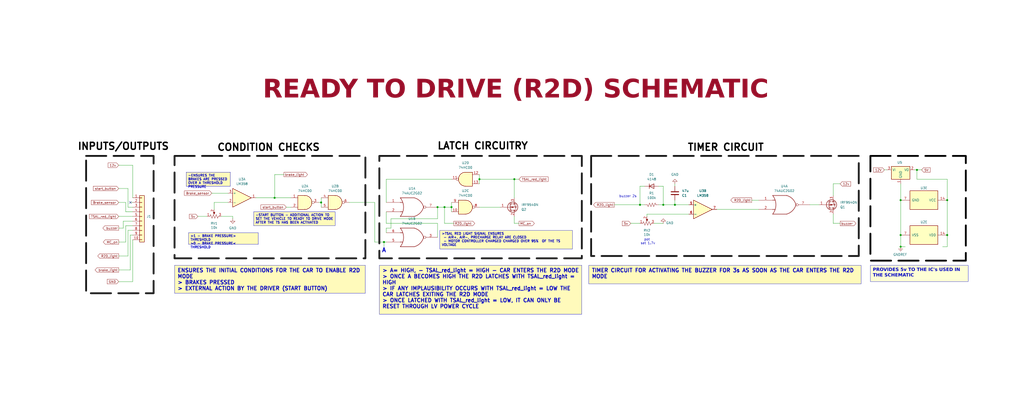
<source format=kicad_sch>
(kicad_sch
	(version 20231120)
	(generator "eeschema")
	(generator_version "8.0")
	(uuid "9eb5776f-17db-4b68-a75a-958faa6f3edc")
	(paper "User" 558.8 228.6)
	(lib_symbols
		(symbol "4xxx:4077"
			(pin_names
				(offset 1.016)
			)
			(exclude_from_sim no)
			(in_bom yes)
			(on_board yes)
			(property "Reference" "U"
				(at 0 1.27 0)
				(effects
					(font
						(size 1.27 1.27)
					)
				)
			)
			(property "Value" "4077"
				(at 0 -1.27 0)
				(effects
					(font
						(size 1.27 1.27)
					)
				)
			)
			(property "Footprint" ""
				(at 0 0 0)
				(effects
					(font
						(size 1.27 1.27)
					)
					(hide yes)
				)
			)
			(property "Datasheet" "http://www.intersil.com/content/dam/Intersil/documents/cd40/cd4076bms.pdf"
				(at 0 0 0)
				(effects
					(font
						(size 1.27 1.27)
					)
					(hide yes)
				)
			)
			(property "Description" "Quad Xnor 2 inputs"
				(at 0 0 0)
				(effects
					(font
						(size 1.27 1.27)
					)
					(hide yes)
				)
			)
			(property "ki_locked" ""
				(at 0 0 0)
				(effects
					(font
						(size 1.27 1.27)
					)
				)
			)
			(property "ki_keywords" "CMOS XOR XNOR XNOR2"
				(at 0 0 0)
				(effects
					(font
						(size 1.27 1.27)
					)
					(hide yes)
				)
			)
			(property "ki_fp_filters" "DIP?14*"
				(at 0 0 0)
				(effects
					(font
						(size 1.27 1.27)
					)
					(hide yes)
				)
			)
			(symbol "4077_1_0"
				(arc
					(start -4.4196 -3.81)
					(mid -3.2033 0)
					(end -4.4196 3.81)
					(stroke
						(width 0.254)
						(type default)
					)
					(fill
						(type none)
					)
				)
				(arc
					(start -3.81 -3.81)
					(mid -2.589 0)
					(end -3.81 3.81)
					(stroke
						(width 0.254)
						(type default)
					)
					(fill
						(type none)
					)
				)
				(arc
					(start -0.6096 -3.81)
					(mid 2.1842 -2.5851)
					(end 3.81 0)
					(stroke
						(width 0.254)
						(type default)
					)
					(fill
						(type background)
					)
				)
				(polyline
					(pts
						(xy -3.81 -3.81) (xy -0.635 -3.81)
					)
					(stroke
						(width 0.254)
						(type default)
					)
					(fill
						(type background)
					)
				)
				(polyline
					(pts
						(xy -3.81 3.81) (xy -0.635 3.81)
					)
					(stroke
						(width 0.254)
						(type default)
					)
					(fill
						(type background)
					)
				)
				(polyline
					(pts
						(xy -0.635 3.81) (xy -3.81 3.81) (xy -3.81 3.81) (xy -3.556 3.4036) (xy -3.0226 2.2606) (xy -2.6924 1.0414)
						(xy -2.6162 -0.254) (xy -2.7686 -1.4986) (xy -3.175 -2.7178) (xy -3.81 -3.81) (xy -3.81 -3.81)
						(xy -0.635 -3.81)
					)
					(stroke
						(width -25.4)
						(type default)
					)
					(fill
						(type background)
					)
				)
				(arc
					(start 3.81 0)
					(mid 2.1915 2.5936)
					(end -0.6096 3.81)
					(stroke
						(width 0.254)
						(type default)
					)
					(fill
						(type background)
					)
				)
				(pin input line
					(at -7.62 2.54 0)
					(length 4.445)
					(name "~"
						(effects
							(font
								(size 1.27 1.27)
							)
						)
					)
					(number "1"
						(effects
							(font
								(size 1.27 1.27)
							)
						)
					)
				)
				(pin input line
					(at -7.62 -2.54 0)
					(length 4.445)
					(name "~"
						(effects
							(font
								(size 1.27 1.27)
							)
						)
					)
					(number "2"
						(effects
							(font
								(size 1.27 1.27)
							)
						)
					)
				)
				(pin output inverted
					(at 7.62 0 180)
					(length 3.81)
					(name "~"
						(effects
							(font
								(size 1.27 1.27)
							)
						)
					)
					(number "3"
						(effects
							(font
								(size 1.27 1.27)
							)
						)
					)
				)
			)
			(symbol "4077_1_1"
				(polyline
					(pts
						(xy -3.81 -2.54) (xy -3.175 -2.54)
					)
					(stroke
						(width 0.1524)
						(type default)
					)
					(fill
						(type none)
					)
				)
				(polyline
					(pts
						(xy -3.81 2.54) (xy -3.175 2.54)
					)
					(stroke
						(width 0.1524)
						(type default)
					)
					(fill
						(type none)
					)
				)
			)
			(symbol "4077_2_0"
				(arc
					(start -4.4196 -3.81)
					(mid -3.2033 0)
					(end -4.4196 3.81)
					(stroke
						(width 0.254)
						(type default)
					)
					(fill
						(type none)
					)
				)
				(arc
					(start -3.81 -3.81)
					(mid -2.589 0)
					(end -3.81 3.81)
					(stroke
						(width 0.254)
						(type default)
					)
					(fill
						(type none)
					)
				)
				(arc
					(start -0.6096 -3.81)
					(mid 2.1842 -2.5851)
					(end 3.81 0)
					(stroke
						(width 0.254)
						(type default)
					)
					(fill
						(type background)
					)
				)
				(polyline
					(pts
						(xy -3.81 -3.81) (xy -0.635 -3.81)
					)
					(stroke
						(width 0.254)
						(type default)
					)
					(fill
						(type background)
					)
				)
				(polyline
					(pts
						(xy -3.81 3.81) (xy -0.635 3.81)
					)
					(stroke
						(width 0.254)
						(type default)
					)
					(fill
						(type background)
					)
				)
				(polyline
					(pts
						(xy -0.635 3.81) (xy -3.81 3.81) (xy -3.81 3.81) (xy -3.556 3.4036) (xy -3.0226 2.2606) (xy -2.6924 1.0414)
						(xy -2.6162 -0.254) (xy -2.7686 -1.4986) (xy -3.175 -2.7178) (xy -3.81 -3.81) (xy -3.81 -3.81)
						(xy -0.635 -3.81)
					)
					(stroke
						(width -25.4)
						(type default)
					)
					(fill
						(type background)
					)
				)
				(arc
					(start 3.81 0)
					(mid 2.1915 2.5936)
					(end -0.6096 3.81)
					(stroke
						(width 0.254)
						(type default)
					)
					(fill
						(type background)
					)
				)
				(pin output inverted
					(at 7.62 0 180)
					(length 3.81)
					(name "~"
						(effects
							(font
								(size 1.27 1.27)
							)
						)
					)
					(number "4"
						(effects
							(font
								(size 1.27 1.27)
							)
						)
					)
				)
				(pin input line
					(at -7.62 2.54 0)
					(length 4.445)
					(name "~"
						(effects
							(font
								(size 1.27 1.27)
							)
						)
					)
					(number "5"
						(effects
							(font
								(size 1.27 1.27)
							)
						)
					)
				)
				(pin input line
					(at -7.62 -2.54 0)
					(length 4.445)
					(name "~"
						(effects
							(font
								(size 1.27 1.27)
							)
						)
					)
					(number "6"
						(effects
							(font
								(size 1.27 1.27)
							)
						)
					)
				)
			)
			(symbol "4077_2_1"
				(polyline
					(pts
						(xy -3.81 -2.54) (xy -3.175 -2.54)
					)
					(stroke
						(width 0.1524)
						(type default)
					)
					(fill
						(type none)
					)
				)
				(polyline
					(pts
						(xy -3.81 2.54) (xy -3.175 2.54)
					)
					(stroke
						(width 0.1524)
						(type default)
					)
					(fill
						(type none)
					)
				)
			)
			(symbol "4077_3_0"
				(arc
					(start -4.4196 -3.81)
					(mid -3.2033 0)
					(end -4.4196 3.81)
					(stroke
						(width 0.254)
						(type default)
					)
					(fill
						(type none)
					)
				)
				(arc
					(start -3.81 -3.81)
					(mid -2.589 0)
					(end -3.81 3.81)
					(stroke
						(width 0.254)
						(type default)
					)
					(fill
						(type none)
					)
				)
				(arc
					(start -0.6096 -3.81)
					(mid 2.1842 -2.5851)
					(end 3.81 0)
					(stroke
						(width 0.254)
						(type default)
					)
					(fill
						(type background)
					)
				)
				(polyline
					(pts
						(xy -3.81 -3.81) (xy -0.635 -3.81)
					)
					(stroke
						(width 0.254)
						(type default)
					)
					(fill
						(type background)
					)
				)
				(polyline
					(pts
						(xy -3.81 3.81) (xy -0.635 3.81)
					)
					(stroke
						(width 0.254)
						(type default)
					)
					(fill
						(type background)
					)
				)
				(polyline
					(pts
						(xy -0.635 3.81) (xy -3.81 3.81) (xy -3.81 3.81) (xy -3.556 3.4036) (xy -3.0226 2.2606) (xy -2.6924 1.0414)
						(xy -2.6162 -0.254) (xy -2.7686 -1.4986) (xy -3.175 -2.7178) (xy -3.81 -3.81) (xy -3.81 -3.81)
						(xy -0.635 -3.81)
					)
					(stroke
						(width -25.4)
						(type default)
					)
					(fill
						(type background)
					)
				)
				(arc
					(start 3.81 0)
					(mid 2.1915 2.5936)
					(end -0.6096 3.81)
					(stroke
						(width 0.254)
						(type default)
					)
					(fill
						(type background)
					)
				)
				(pin output inverted
					(at 7.62 0 180)
					(length 3.81)
					(name "~"
						(effects
							(font
								(size 1.27 1.27)
							)
						)
					)
					(number "10"
						(effects
							(font
								(size 1.27 1.27)
							)
						)
					)
				)
				(pin input line
					(at -7.62 2.54 0)
					(length 4.445)
					(name "~"
						(effects
							(font
								(size 1.27 1.27)
							)
						)
					)
					(number "8"
						(effects
							(font
								(size 1.27 1.27)
							)
						)
					)
				)
				(pin input line
					(at -7.62 -2.54 0)
					(length 4.445)
					(name "~"
						(effects
							(font
								(size 1.27 1.27)
							)
						)
					)
					(number "9"
						(effects
							(font
								(size 1.27 1.27)
							)
						)
					)
				)
			)
			(symbol "4077_3_1"
				(polyline
					(pts
						(xy -3.81 -2.54) (xy -3.175 -2.54)
					)
					(stroke
						(width 0.1524)
						(type default)
					)
					(fill
						(type none)
					)
				)
				(polyline
					(pts
						(xy -3.81 2.54) (xy -3.175 2.54)
					)
					(stroke
						(width 0.1524)
						(type default)
					)
					(fill
						(type none)
					)
				)
			)
			(symbol "4077_4_0"
				(arc
					(start -4.4196 -3.81)
					(mid -3.2033 0)
					(end -4.4196 3.81)
					(stroke
						(width 0.254)
						(type default)
					)
					(fill
						(type none)
					)
				)
				(arc
					(start -3.81 -3.81)
					(mid -2.589 0)
					(end -3.81 3.81)
					(stroke
						(width 0.254)
						(type default)
					)
					(fill
						(type none)
					)
				)
				(arc
					(start -0.6096 -3.81)
					(mid 2.1842 -2.5851)
					(end 3.81 0)
					(stroke
						(width 0.254)
						(type default)
					)
					(fill
						(type background)
					)
				)
				(polyline
					(pts
						(xy -3.81 -3.81) (xy -0.635 -3.81)
					)
					(stroke
						(width 0.254)
						(type default)
					)
					(fill
						(type background)
					)
				)
				(polyline
					(pts
						(xy -3.81 3.81) (xy -0.635 3.81)
					)
					(stroke
						(width 0.254)
						(type default)
					)
					(fill
						(type background)
					)
				)
				(polyline
					(pts
						(xy -0.635 3.81) (xy -3.81 3.81) (xy -3.81 3.81) (xy -3.556 3.4036) (xy -3.0226 2.2606) (xy -2.6924 1.0414)
						(xy -2.6162 -0.254) (xy -2.7686 -1.4986) (xy -3.175 -2.7178) (xy -3.81 -3.81) (xy -3.81 -3.81)
						(xy -0.635 -3.81)
					)
					(stroke
						(width -25.4)
						(type default)
					)
					(fill
						(type background)
					)
				)
				(arc
					(start 3.81 0)
					(mid 2.1915 2.5936)
					(end -0.6096 3.81)
					(stroke
						(width 0.254)
						(type default)
					)
					(fill
						(type background)
					)
				)
				(pin output inverted
					(at 7.62 0 180)
					(length 3.81)
					(name "~"
						(effects
							(font
								(size 1.27 1.27)
							)
						)
					)
					(number "11"
						(effects
							(font
								(size 1.27 1.27)
							)
						)
					)
				)
				(pin input line
					(at -7.62 2.54 0)
					(length 4.445)
					(name "~"
						(effects
							(font
								(size 1.27 1.27)
							)
						)
					)
					(number "12"
						(effects
							(font
								(size 1.27 1.27)
							)
						)
					)
				)
				(pin input line
					(at -7.62 -2.54 0)
					(length 4.445)
					(name "~"
						(effects
							(font
								(size 1.27 1.27)
							)
						)
					)
					(number "13"
						(effects
							(font
								(size 1.27 1.27)
							)
						)
					)
				)
			)
			(symbol "4077_4_1"
				(polyline
					(pts
						(xy -3.81 -2.54) (xy -3.175 -2.54)
					)
					(stroke
						(width 0.1524)
						(type default)
					)
					(fill
						(type none)
					)
				)
				(polyline
					(pts
						(xy -3.81 2.54) (xy -3.175 2.54)
					)
					(stroke
						(width 0.1524)
						(type default)
					)
					(fill
						(type none)
					)
				)
			)
			(symbol "4077_5_0"
				(pin power_in line
					(at 0 12.7 270)
					(length 5.08)
					(name "VDD"
						(effects
							(font
								(size 1.27 1.27)
							)
						)
					)
					(number "14"
						(effects
							(font
								(size 1.27 1.27)
							)
						)
					)
				)
				(pin power_in line
					(at 0 -12.7 90)
					(length 5.08)
					(name "VSS"
						(effects
							(font
								(size 1.27 1.27)
							)
						)
					)
					(number "7"
						(effects
							(font
								(size 1.27 1.27)
							)
						)
					)
				)
			)
			(symbol "4077_5_1"
				(rectangle
					(start -5.08 7.62)
					(end 5.08 -7.62)
					(stroke
						(width 0.254)
						(type default)
					)
					(fill
						(type background)
					)
				)
			)
		)
		(symbol "74xGxx:74AUC2G02"
			(exclude_from_sim no)
			(in_bom yes)
			(on_board yes)
			(property "Reference" "U"
				(at -2.54 3.81 0)
				(effects
					(font
						(size 1.27 1.27)
					)
				)
			)
			(property "Value" "74AUC2G02"
				(at 0 -3.81 0)
				(effects
					(font
						(size 1.27 1.27)
					)
				)
			)
			(property "Footprint" ""
				(at 0 0 0)
				(effects
					(font
						(size 1.27 1.27)
					)
					(hide yes)
				)
			)
			(property "Datasheet" "http://www.ti.com/lit/sg/scyt129e/scyt129e.pdf"
				(at 0 0 0)
				(effects
					(font
						(size 1.27 1.27)
					)
					(hide yes)
				)
			)
			(property "Description" "Dual NOR Gate, Low-Voltage CMOS"
				(at 0 0 0)
				(effects
					(font
						(size 1.27 1.27)
					)
					(hide yes)
				)
			)
			(property "ki_keywords" "Dual Gate NOR LVC CMOS"
				(at 0 0 0)
				(effects
					(font
						(size 1.27 1.27)
					)
					(hide yes)
				)
			)
			(property "ki_fp_filters" "SSOP* VSSOP*"
				(at 0 0 0)
				(effects
					(font
						(size 1.27 1.27)
					)
					(hide yes)
				)
			)
			(symbol "74AUC2G02_1_1"
				(arc
					(start -7.62 -5.08)
					(mid -5.838 0)
					(end -7.62 5.08)
					(stroke
						(width 0.254)
						(type default)
					)
					(fill
						(type none)
					)
				)
				(arc
					(start 0 -5.08)
					(mid 3.1986 -3.2054)
					(end 5.08 0)
					(stroke
						(width 0.254)
						(type default)
					)
					(fill
						(type none)
					)
				)
				(polyline
					(pts
						(xy -7.62 -2.54) (xy -6.35 -2.54)
					)
					(stroke
						(width 0.254)
						(type default)
					)
					(fill
						(type background)
					)
				)
				(polyline
					(pts
						(xy -7.62 2.54) (xy -6.35 2.54)
					)
					(stroke
						(width 0.254)
						(type default)
					)
					(fill
						(type background)
					)
				)
				(polyline
					(pts
						(xy 0 -5.08) (xy -7.62 -5.08)
					)
					(stroke
						(width 0.254)
						(type default)
					)
					(fill
						(type background)
					)
				)
				(polyline
					(pts
						(xy 0 5.08) (xy -7.62 5.08)
					)
					(stroke
						(width 0.254)
						(type default)
					)
					(fill
						(type background)
					)
				)
				(arc
					(start 5.08 0)
					(mid 3.2238 3.2304)
					(end 0 5.08)
					(stroke
						(width 0.254)
						(type default)
					)
					(fill
						(type none)
					)
				)
				(pin input line
					(at -15.24 2.54 0)
					(length 7.62)
					(name "~"
						(effects
							(font
								(size 1.27 1.27)
							)
						)
					)
					(number "1"
						(effects
							(font
								(size 1.27 1.27)
							)
						)
					)
				)
				(pin input line
					(at -15.24 -2.54 0)
					(length 7.62)
					(name "~"
						(effects
							(font
								(size 1.27 1.27)
							)
						)
					)
					(number "2"
						(effects
							(font
								(size 1.27 1.27)
							)
						)
					)
				)
				(pin output inverted
					(at 12.7 0 180)
					(length 7.62)
					(name "~"
						(effects
							(font
								(size 1.27 1.27)
							)
						)
					)
					(number "7"
						(effects
							(font
								(size 1.27 1.27)
							)
						)
					)
				)
			)
			(symbol "74AUC2G02_2_1"
				(arc
					(start -7.62 -5.08)
					(mid -5.838 0)
					(end -7.62 5.08)
					(stroke
						(width 0.254)
						(type default)
					)
					(fill
						(type none)
					)
				)
				(arc
					(start 0 -5.08)
					(mid 3.1986 -3.2054)
					(end 5.08 0)
					(stroke
						(width 0.254)
						(type default)
					)
					(fill
						(type none)
					)
				)
				(polyline
					(pts
						(xy -7.62 -2.54) (xy -6.35 -2.54)
					)
					(stroke
						(width 0.254)
						(type default)
					)
					(fill
						(type background)
					)
				)
				(polyline
					(pts
						(xy -7.62 2.54) (xy -6.35 2.54)
					)
					(stroke
						(width 0.254)
						(type default)
					)
					(fill
						(type background)
					)
				)
				(polyline
					(pts
						(xy 0 -5.08) (xy -7.62 -5.08)
					)
					(stroke
						(width 0.254)
						(type default)
					)
					(fill
						(type background)
					)
				)
				(polyline
					(pts
						(xy 0 5.08) (xy -7.62 5.08)
					)
					(stroke
						(width 0.254)
						(type default)
					)
					(fill
						(type background)
					)
				)
				(arc
					(start 5.08 0)
					(mid 3.2238 3.2304)
					(end 0 5.08)
					(stroke
						(width 0.254)
						(type default)
					)
					(fill
						(type none)
					)
				)
				(pin output inverted
					(at 12.7 0 180)
					(length 7.62)
					(name "~"
						(effects
							(font
								(size 1.27 1.27)
							)
						)
					)
					(number "3"
						(effects
							(font
								(size 1.27 1.27)
							)
						)
					)
				)
				(pin input line
					(at -15.24 2.54 0)
					(length 7.62)
					(name "~"
						(effects
							(font
								(size 1.27 1.27)
							)
						)
					)
					(number "5"
						(effects
							(font
								(size 1.27 1.27)
							)
						)
					)
				)
				(pin input line
					(at -15.24 -2.54 0)
					(length 7.62)
					(name "~"
						(effects
							(font
								(size 1.27 1.27)
							)
						)
					)
					(number "6"
						(effects
							(font
								(size 1.27 1.27)
							)
						)
					)
				)
			)
			(symbol "74AUC2G02_3_0"
				(rectangle
					(start -5.08 -5.08)
					(end 5.08 5.08)
					(stroke
						(width 0.254)
						(type default)
					)
					(fill
						(type background)
					)
				)
			)
			(symbol "74AUC2G02_3_1"
				(pin power_in line
					(at 0 -10.16 90)
					(length 5.08)
					(name "GND"
						(effects
							(font
								(size 1.27 1.27)
							)
						)
					)
					(number "4"
						(effects
							(font
								(size 1.27 1.27)
							)
						)
					)
				)
				(pin power_in line
					(at 0 10.16 270)
					(length 5.08)
					(name "VCC"
						(effects
							(font
								(size 1.27 1.27)
							)
						)
					)
					(number "8"
						(effects
							(font
								(size 1.27 1.27)
							)
						)
					)
				)
			)
		)
		(symbol "74xx:74HC00"
			(pin_names
				(offset 1.016)
			)
			(exclude_from_sim no)
			(in_bom yes)
			(on_board yes)
			(property "Reference" "U"
				(at 0 1.27 0)
				(effects
					(font
						(size 1.27 1.27)
					)
				)
			)
			(property "Value" "74HC00"
				(at 0 -1.27 0)
				(effects
					(font
						(size 1.27 1.27)
					)
				)
			)
			(property "Footprint" ""
				(at 0 0 0)
				(effects
					(font
						(size 1.27 1.27)
					)
					(hide yes)
				)
			)
			(property "Datasheet" "http://www.ti.com/lit/gpn/sn74hc00"
				(at 0 0 0)
				(effects
					(font
						(size 1.27 1.27)
					)
					(hide yes)
				)
			)
			(property "Description" "quad 2-input NAND gate"
				(at 0 0 0)
				(effects
					(font
						(size 1.27 1.27)
					)
					(hide yes)
				)
			)
			(property "ki_locked" ""
				(at 0 0 0)
				(effects
					(font
						(size 1.27 1.27)
					)
				)
			)
			(property "ki_keywords" "HCMOS nand 2-input"
				(at 0 0 0)
				(effects
					(font
						(size 1.27 1.27)
					)
					(hide yes)
				)
			)
			(property "ki_fp_filters" "DIP*W7.62mm* SO14*"
				(at 0 0 0)
				(effects
					(font
						(size 1.27 1.27)
					)
					(hide yes)
				)
			)
			(symbol "74HC00_1_1"
				(arc
					(start 0 -3.81)
					(mid 3.7934 0)
					(end 0 3.81)
					(stroke
						(width 0.254)
						(type default)
					)
					(fill
						(type background)
					)
				)
				(polyline
					(pts
						(xy 0 3.81) (xy -3.81 3.81) (xy -3.81 -3.81) (xy 0 -3.81)
					)
					(stroke
						(width 0.254)
						(type default)
					)
					(fill
						(type background)
					)
				)
				(pin input line
					(at -7.62 2.54 0)
					(length 3.81)
					(name "~"
						(effects
							(font
								(size 1.27 1.27)
							)
						)
					)
					(number "1"
						(effects
							(font
								(size 1.27 1.27)
							)
						)
					)
				)
				(pin input line
					(at -7.62 -2.54 0)
					(length 3.81)
					(name "~"
						(effects
							(font
								(size 1.27 1.27)
							)
						)
					)
					(number "2"
						(effects
							(font
								(size 1.27 1.27)
							)
						)
					)
				)
				(pin output inverted
					(at 7.62 0 180)
					(length 3.81)
					(name "~"
						(effects
							(font
								(size 1.27 1.27)
							)
						)
					)
					(number "3"
						(effects
							(font
								(size 1.27 1.27)
							)
						)
					)
				)
			)
			(symbol "74HC00_1_2"
				(arc
					(start -3.81 -3.81)
					(mid -2.589 0)
					(end -3.81 3.81)
					(stroke
						(width 0.254)
						(type default)
					)
					(fill
						(type none)
					)
				)
				(arc
					(start -0.6096 -3.81)
					(mid 2.1842 -2.5851)
					(end 3.81 0)
					(stroke
						(width 0.254)
						(type default)
					)
					(fill
						(type background)
					)
				)
				(polyline
					(pts
						(xy -3.81 -3.81) (xy -0.635 -3.81)
					)
					(stroke
						(width 0.254)
						(type default)
					)
					(fill
						(type background)
					)
				)
				(polyline
					(pts
						(xy -3.81 3.81) (xy -0.635 3.81)
					)
					(stroke
						(width 0.254)
						(type default)
					)
					(fill
						(type background)
					)
				)
				(polyline
					(pts
						(xy -0.635 3.81) (xy -3.81 3.81) (xy -3.81 3.81) (xy -3.556 3.4036) (xy -3.0226 2.2606) (xy -2.6924 1.0414)
						(xy -2.6162 -0.254) (xy -2.7686 -1.4986) (xy -3.175 -2.7178) (xy -3.81 -3.81) (xy -3.81 -3.81)
						(xy -0.635 -3.81)
					)
					(stroke
						(width -25.4)
						(type default)
					)
					(fill
						(type background)
					)
				)
				(arc
					(start 3.81 0)
					(mid 2.1915 2.5936)
					(end -0.6096 3.81)
					(stroke
						(width 0.254)
						(type default)
					)
					(fill
						(type background)
					)
				)
				(pin input inverted
					(at -7.62 2.54 0)
					(length 4.318)
					(name "~"
						(effects
							(font
								(size 1.27 1.27)
							)
						)
					)
					(number "1"
						(effects
							(font
								(size 1.27 1.27)
							)
						)
					)
				)
				(pin input inverted
					(at -7.62 -2.54 0)
					(length 4.318)
					(name "~"
						(effects
							(font
								(size 1.27 1.27)
							)
						)
					)
					(number "2"
						(effects
							(font
								(size 1.27 1.27)
							)
						)
					)
				)
				(pin output line
					(at 7.62 0 180)
					(length 3.81)
					(name "~"
						(effects
							(font
								(size 1.27 1.27)
							)
						)
					)
					(number "3"
						(effects
							(font
								(size 1.27 1.27)
							)
						)
					)
				)
			)
			(symbol "74HC00_2_1"
				(arc
					(start 0 -3.81)
					(mid 3.7934 0)
					(end 0 3.81)
					(stroke
						(width 0.254)
						(type default)
					)
					(fill
						(type background)
					)
				)
				(polyline
					(pts
						(xy 0 3.81) (xy -3.81 3.81) (xy -3.81 -3.81) (xy 0 -3.81)
					)
					(stroke
						(width 0.254)
						(type default)
					)
					(fill
						(type background)
					)
				)
				(pin input line
					(at -7.62 2.54 0)
					(length 3.81)
					(name "~"
						(effects
							(font
								(size 1.27 1.27)
							)
						)
					)
					(number "4"
						(effects
							(font
								(size 1.27 1.27)
							)
						)
					)
				)
				(pin input line
					(at -7.62 -2.54 0)
					(length 3.81)
					(name "~"
						(effects
							(font
								(size 1.27 1.27)
							)
						)
					)
					(number "5"
						(effects
							(font
								(size 1.27 1.27)
							)
						)
					)
				)
				(pin output inverted
					(at 7.62 0 180)
					(length 3.81)
					(name "~"
						(effects
							(font
								(size 1.27 1.27)
							)
						)
					)
					(number "6"
						(effects
							(font
								(size 1.27 1.27)
							)
						)
					)
				)
			)
			(symbol "74HC00_2_2"
				(arc
					(start -3.81 -3.81)
					(mid -2.589 0)
					(end -3.81 3.81)
					(stroke
						(width 0.254)
						(type default)
					)
					(fill
						(type none)
					)
				)
				(arc
					(start -0.6096 -3.81)
					(mid 2.1842 -2.5851)
					(end 3.81 0)
					(stroke
						(width 0.254)
						(type default)
					)
					(fill
						(type background)
					)
				)
				(polyline
					(pts
						(xy -3.81 -3.81) (xy -0.635 -3.81)
					)
					(stroke
						(width 0.254)
						(type default)
					)
					(fill
						(type background)
					)
				)
				(polyline
					(pts
						(xy -3.81 3.81) (xy -0.635 3.81)
					)
					(stroke
						(width 0.254)
						(type default)
					)
					(fill
						(type background)
					)
				)
				(polyline
					(pts
						(xy -0.635 3.81) (xy -3.81 3.81) (xy -3.81 3.81) (xy -3.556 3.4036) (xy -3.0226 2.2606) (xy -2.6924 1.0414)
						(xy -2.6162 -0.254) (xy -2.7686 -1.4986) (xy -3.175 -2.7178) (xy -3.81 -3.81) (xy -3.81 -3.81)
						(xy -0.635 -3.81)
					)
					(stroke
						(width -25.4)
						(type default)
					)
					(fill
						(type background)
					)
				)
				(arc
					(start 3.81 0)
					(mid 2.1915 2.5936)
					(end -0.6096 3.81)
					(stroke
						(width 0.254)
						(type default)
					)
					(fill
						(type background)
					)
				)
				(pin input inverted
					(at -7.62 2.54 0)
					(length 4.318)
					(name "~"
						(effects
							(font
								(size 1.27 1.27)
							)
						)
					)
					(number "4"
						(effects
							(font
								(size 1.27 1.27)
							)
						)
					)
				)
				(pin input inverted
					(at -7.62 -2.54 0)
					(length 4.318)
					(name "~"
						(effects
							(font
								(size 1.27 1.27)
							)
						)
					)
					(number "5"
						(effects
							(font
								(size 1.27 1.27)
							)
						)
					)
				)
				(pin output line
					(at 7.62 0 180)
					(length 3.81)
					(name "~"
						(effects
							(font
								(size 1.27 1.27)
							)
						)
					)
					(number "6"
						(effects
							(font
								(size 1.27 1.27)
							)
						)
					)
				)
			)
			(symbol "74HC00_3_1"
				(arc
					(start 0 -3.81)
					(mid 3.7934 0)
					(end 0 3.81)
					(stroke
						(width 0.254)
						(type default)
					)
					(fill
						(type background)
					)
				)
				(polyline
					(pts
						(xy 0 3.81) (xy -3.81 3.81) (xy -3.81 -3.81) (xy 0 -3.81)
					)
					(stroke
						(width 0.254)
						(type default)
					)
					(fill
						(type background)
					)
				)
				(pin input line
					(at -7.62 -2.54 0)
					(length 3.81)
					(name "~"
						(effects
							(font
								(size 1.27 1.27)
							)
						)
					)
					(number "10"
						(effects
							(font
								(size 1.27 1.27)
							)
						)
					)
				)
				(pin output inverted
					(at 7.62 0 180)
					(length 3.81)
					(name "~"
						(effects
							(font
								(size 1.27 1.27)
							)
						)
					)
					(number "8"
						(effects
							(font
								(size 1.27 1.27)
							)
						)
					)
				)
				(pin input line
					(at -7.62 2.54 0)
					(length 3.81)
					(name "~"
						(effects
							(font
								(size 1.27 1.27)
							)
						)
					)
					(number "9"
						(effects
							(font
								(size 1.27 1.27)
							)
						)
					)
				)
			)
			(symbol "74HC00_3_2"
				(arc
					(start -3.81 -3.81)
					(mid -2.589 0)
					(end -3.81 3.81)
					(stroke
						(width 0.254)
						(type default)
					)
					(fill
						(type none)
					)
				)
				(arc
					(start -0.6096 -3.81)
					(mid 2.1842 -2.5851)
					(end 3.81 0)
					(stroke
						(width 0.254)
						(type default)
					)
					(fill
						(type background)
					)
				)
				(polyline
					(pts
						(xy -3.81 -3.81) (xy -0.635 -3.81)
					)
					(stroke
						(width 0.254)
						(type default)
					)
					(fill
						(type background)
					)
				)
				(polyline
					(pts
						(xy -3.81 3.81) (xy -0.635 3.81)
					)
					(stroke
						(width 0.254)
						(type default)
					)
					(fill
						(type background)
					)
				)
				(polyline
					(pts
						(xy -0.635 3.81) (xy -3.81 3.81) (xy -3.81 3.81) (xy -3.556 3.4036) (xy -3.0226 2.2606) (xy -2.6924 1.0414)
						(xy -2.6162 -0.254) (xy -2.7686 -1.4986) (xy -3.175 -2.7178) (xy -3.81 -3.81) (xy -3.81 -3.81)
						(xy -0.635 -3.81)
					)
					(stroke
						(width -25.4)
						(type default)
					)
					(fill
						(type background)
					)
				)
				(arc
					(start 3.81 0)
					(mid 2.1915 2.5936)
					(end -0.6096 3.81)
					(stroke
						(width 0.254)
						(type default)
					)
					(fill
						(type background)
					)
				)
				(pin input inverted
					(at -7.62 -2.54 0)
					(length 4.318)
					(name "~"
						(effects
							(font
								(size 1.27 1.27)
							)
						)
					)
					(number "10"
						(effects
							(font
								(size 1.27 1.27)
							)
						)
					)
				)
				(pin output line
					(at 7.62 0 180)
					(length 3.81)
					(name "~"
						(effects
							(font
								(size 1.27 1.27)
							)
						)
					)
					(number "8"
						(effects
							(font
								(size 1.27 1.27)
							)
						)
					)
				)
				(pin input inverted
					(at -7.62 2.54 0)
					(length 4.318)
					(name "~"
						(effects
							(font
								(size 1.27 1.27)
							)
						)
					)
					(number "9"
						(effects
							(font
								(size 1.27 1.27)
							)
						)
					)
				)
			)
			(symbol "74HC00_4_1"
				(arc
					(start 0 -3.81)
					(mid 3.7934 0)
					(end 0 3.81)
					(stroke
						(width 0.254)
						(type default)
					)
					(fill
						(type background)
					)
				)
				(polyline
					(pts
						(xy 0 3.81) (xy -3.81 3.81) (xy -3.81 -3.81) (xy 0 -3.81)
					)
					(stroke
						(width 0.254)
						(type default)
					)
					(fill
						(type background)
					)
				)
				(pin output inverted
					(at 7.62 0 180)
					(length 3.81)
					(name "~"
						(effects
							(font
								(size 1.27 1.27)
							)
						)
					)
					(number "11"
						(effects
							(font
								(size 1.27 1.27)
							)
						)
					)
				)
				(pin input line
					(at -7.62 2.54 0)
					(length 3.81)
					(name "~"
						(effects
							(font
								(size 1.27 1.27)
							)
						)
					)
					(number "12"
						(effects
							(font
								(size 1.27 1.27)
							)
						)
					)
				)
				(pin input line
					(at -7.62 -2.54 0)
					(length 3.81)
					(name "~"
						(effects
							(font
								(size 1.27 1.27)
							)
						)
					)
					(number "13"
						(effects
							(font
								(size 1.27 1.27)
							)
						)
					)
				)
			)
			(symbol "74HC00_4_2"
				(arc
					(start -3.81 -3.81)
					(mid -2.589 0)
					(end -3.81 3.81)
					(stroke
						(width 0.254)
						(type default)
					)
					(fill
						(type none)
					)
				)
				(arc
					(start -0.6096 -3.81)
					(mid 2.1842 -2.5851)
					(end 3.81 0)
					(stroke
						(width 0.254)
						(type default)
					)
					(fill
						(type background)
					)
				)
				(polyline
					(pts
						(xy -3.81 -3.81) (xy -0.635 -3.81)
					)
					(stroke
						(width 0.254)
						(type default)
					)
					(fill
						(type background)
					)
				)
				(polyline
					(pts
						(xy -3.81 3.81) (xy -0.635 3.81)
					)
					(stroke
						(width 0.254)
						(type default)
					)
					(fill
						(type background)
					)
				)
				(polyline
					(pts
						(xy -0.635 3.81) (xy -3.81 3.81) (xy -3.81 3.81) (xy -3.556 3.4036) (xy -3.0226 2.2606) (xy -2.6924 1.0414)
						(xy -2.6162 -0.254) (xy -2.7686 -1.4986) (xy -3.175 -2.7178) (xy -3.81 -3.81) (xy -3.81 -3.81)
						(xy -0.635 -3.81)
					)
					(stroke
						(width -25.4)
						(type default)
					)
					(fill
						(type background)
					)
				)
				(arc
					(start 3.81 0)
					(mid 2.1915 2.5936)
					(end -0.6096 3.81)
					(stroke
						(width 0.254)
						(type default)
					)
					(fill
						(type background)
					)
				)
				(pin output line
					(at 7.62 0 180)
					(length 3.81)
					(name "~"
						(effects
							(font
								(size 1.27 1.27)
							)
						)
					)
					(number "11"
						(effects
							(font
								(size 1.27 1.27)
							)
						)
					)
				)
				(pin input inverted
					(at -7.62 2.54 0)
					(length 4.318)
					(name "~"
						(effects
							(font
								(size 1.27 1.27)
							)
						)
					)
					(number "12"
						(effects
							(font
								(size 1.27 1.27)
							)
						)
					)
				)
				(pin input inverted
					(at -7.62 -2.54 0)
					(length 4.318)
					(name "~"
						(effects
							(font
								(size 1.27 1.27)
							)
						)
					)
					(number "13"
						(effects
							(font
								(size 1.27 1.27)
							)
						)
					)
				)
			)
			(symbol "74HC00_5_0"
				(pin power_in line
					(at 0 12.7 270)
					(length 5.08)
					(name "VCC"
						(effects
							(font
								(size 1.27 1.27)
							)
						)
					)
					(number "14"
						(effects
							(font
								(size 1.27 1.27)
							)
						)
					)
				)
				(pin power_in line
					(at 0 -12.7 90)
					(length 5.08)
					(name "GND"
						(effects
							(font
								(size 1.27 1.27)
							)
						)
					)
					(number "7"
						(effects
							(font
								(size 1.27 1.27)
							)
						)
					)
				)
			)
			(symbol "74HC00_5_1"
				(rectangle
					(start -5.08 7.62)
					(end 5.08 -7.62)
					(stroke
						(width 0.254)
						(type default)
					)
					(fill
						(type background)
					)
				)
			)
		)
		(symbol "74xx:74LS08"
			(pin_names
				(offset 1.016)
			)
			(exclude_from_sim no)
			(in_bom yes)
			(on_board yes)
			(property "Reference" "U"
				(at 0 1.27 0)
				(effects
					(font
						(size 1.27 1.27)
					)
				)
			)
			(property "Value" "74LS08"
				(at 0 -1.27 0)
				(effects
					(font
						(size 1.27 1.27)
					)
				)
			)
			(property "Footprint" ""
				(at 0 0 0)
				(effects
					(font
						(size 1.27 1.27)
					)
					(hide yes)
				)
			)
			(property "Datasheet" "http://www.ti.com/lit/gpn/sn74LS08"
				(at 0 0 0)
				(effects
					(font
						(size 1.27 1.27)
					)
					(hide yes)
				)
			)
			(property "Description" "Quad And2"
				(at 0 0 0)
				(effects
					(font
						(size 1.27 1.27)
					)
					(hide yes)
				)
			)
			(property "ki_locked" ""
				(at 0 0 0)
				(effects
					(font
						(size 1.27 1.27)
					)
				)
			)
			(property "ki_keywords" "TTL and2"
				(at 0 0 0)
				(effects
					(font
						(size 1.27 1.27)
					)
					(hide yes)
				)
			)
			(property "ki_fp_filters" "DIP*W7.62mm*"
				(at 0 0 0)
				(effects
					(font
						(size 1.27 1.27)
					)
					(hide yes)
				)
			)
			(symbol "74LS08_1_1"
				(arc
					(start 0 -3.81)
					(mid 3.7934 0)
					(end 0 3.81)
					(stroke
						(width 0.254)
						(type default)
					)
					(fill
						(type background)
					)
				)
				(polyline
					(pts
						(xy 0 3.81) (xy -3.81 3.81) (xy -3.81 -3.81) (xy 0 -3.81)
					)
					(stroke
						(width 0.254)
						(type default)
					)
					(fill
						(type background)
					)
				)
				(pin input line
					(at -7.62 2.54 0)
					(length 3.81)
					(name "~"
						(effects
							(font
								(size 1.27 1.27)
							)
						)
					)
					(number "1"
						(effects
							(font
								(size 1.27 1.27)
							)
						)
					)
				)
				(pin input line
					(at -7.62 -2.54 0)
					(length 3.81)
					(name "~"
						(effects
							(font
								(size 1.27 1.27)
							)
						)
					)
					(number "2"
						(effects
							(font
								(size 1.27 1.27)
							)
						)
					)
				)
				(pin output line
					(at 7.62 0 180)
					(length 3.81)
					(name "~"
						(effects
							(font
								(size 1.27 1.27)
							)
						)
					)
					(number "3"
						(effects
							(font
								(size 1.27 1.27)
							)
						)
					)
				)
			)
			(symbol "74LS08_1_2"
				(arc
					(start -3.81 -3.81)
					(mid -2.589 0)
					(end -3.81 3.81)
					(stroke
						(width 0.254)
						(type default)
					)
					(fill
						(type none)
					)
				)
				(arc
					(start -0.6096 -3.81)
					(mid 2.1842 -2.5851)
					(end 3.81 0)
					(stroke
						(width 0.254)
						(type default)
					)
					(fill
						(type background)
					)
				)
				(polyline
					(pts
						(xy -3.81 -3.81) (xy -0.635 -3.81)
					)
					(stroke
						(width 0.254)
						(type default)
					)
					(fill
						(type background)
					)
				)
				(polyline
					(pts
						(xy -3.81 3.81) (xy -0.635 3.81)
					)
					(stroke
						(width 0.254)
						(type default)
					)
					(fill
						(type background)
					)
				)
				(polyline
					(pts
						(xy -0.635 3.81) (xy -3.81 3.81) (xy -3.81 3.81) (xy -3.556 3.4036) (xy -3.0226 2.2606) (xy -2.6924 1.0414)
						(xy -2.6162 -0.254) (xy -2.7686 -1.4986) (xy -3.175 -2.7178) (xy -3.81 -3.81) (xy -3.81 -3.81)
						(xy -0.635 -3.81)
					)
					(stroke
						(width -25.4)
						(type default)
					)
					(fill
						(type background)
					)
				)
				(arc
					(start 3.81 0)
					(mid 2.1915 2.5936)
					(end -0.6096 3.81)
					(stroke
						(width 0.254)
						(type default)
					)
					(fill
						(type background)
					)
				)
				(pin input inverted
					(at -7.62 2.54 0)
					(length 4.318)
					(name "~"
						(effects
							(font
								(size 1.27 1.27)
							)
						)
					)
					(number "1"
						(effects
							(font
								(size 1.27 1.27)
							)
						)
					)
				)
				(pin input inverted
					(at -7.62 -2.54 0)
					(length 4.318)
					(name "~"
						(effects
							(font
								(size 1.27 1.27)
							)
						)
					)
					(number "2"
						(effects
							(font
								(size 1.27 1.27)
							)
						)
					)
				)
				(pin output inverted
					(at 7.62 0 180)
					(length 3.81)
					(name "~"
						(effects
							(font
								(size 1.27 1.27)
							)
						)
					)
					(number "3"
						(effects
							(font
								(size 1.27 1.27)
							)
						)
					)
				)
			)
			(symbol "74LS08_2_1"
				(arc
					(start 0 -3.81)
					(mid 3.7934 0)
					(end 0 3.81)
					(stroke
						(width 0.254)
						(type default)
					)
					(fill
						(type background)
					)
				)
				(polyline
					(pts
						(xy 0 3.81) (xy -3.81 3.81) (xy -3.81 -3.81) (xy 0 -3.81)
					)
					(stroke
						(width 0.254)
						(type default)
					)
					(fill
						(type background)
					)
				)
				(pin input line
					(at -7.62 2.54 0)
					(length 3.81)
					(name "~"
						(effects
							(font
								(size 1.27 1.27)
							)
						)
					)
					(number "4"
						(effects
							(font
								(size 1.27 1.27)
							)
						)
					)
				)
				(pin input line
					(at -7.62 -2.54 0)
					(length 3.81)
					(name "~"
						(effects
							(font
								(size 1.27 1.27)
							)
						)
					)
					(number "5"
						(effects
							(font
								(size 1.27 1.27)
							)
						)
					)
				)
				(pin output line
					(at 7.62 0 180)
					(length 3.81)
					(name "~"
						(effects
							(font
								(size 1.27 1.27)
							)
						)
					)
					(number "6"
						(effects
							(font
								(size 1.27 1.27)
							)
						)
					)
				)
			)
			(symbol "74LS08_2_2"
				(arc
					(start -3.81 -3.81)
					(mid -2.589 0)
					(end -3.81 3.81)
					(stroke
						(width 0.254)
						(type default)
					)
					(fill
						(type none)
					)
				)
				(arc
					(start -0.6096 -3.81)
					(mid 2.1842 -2.5851)
					(end 3.81 0)
					(stroke
						(width 0.254)
						(type default)
					)
					(fill
						(type background)
					)
				)
				(polyline
					(pts
						(xy -3.81 -3.81) (xy -0.635 -3.81)
					)
					(stroke
						(width 0.254)
						(type default)
					)
					(fill
						(type background)
					)
				)
				(polyline
					(pts
						(xy -3.81 3.81) (xy -0.635 3.81)
					)
					(stroke
						(width 0.254)
						(type default)
					)
					(fill
						(type background)
					)
				)
				(polyline
					(pts
						(xy -0.635 3.81) (xy -3.81 3.81) (xy -3.81 3.81) (xy -3.556 3.4036) (xy -3.0226 2.2606) (xy -2.6924 1.0414)
						(xy -2.6162 -0.254) (xy -2.7686 -1.4986) (xy -3.175 -2.7178) (xy -3.81 -3.81) (xy -3.81 -3.81)
						(xy -0.635 -3.81)
					)
					(stroke
						(width -25.4)
						(type default)
					)
					(fill
						(type background)
					)
				)
				(arc
					(start 3.81 0)
					(mid 2.1915 2.5936)
					(end -0.6096 3.81)
					(stroke
						(width 0.254)
						(type default)
					)
					(fill
						(type background)
					)
				)
				(pin input inverted
					(at -7.62 2.54 0)
					(length 4.318)
					(name "~"
						(effects
							(font
								(size 1.27 1.27)
							)
						)
					)
					(number "4"
						(effects
							(font
								(size 1.27 1.27)
							)
						)
					)
				)
				(pin input inverted
					(at -7.62 -2.54 0)
					(length 4.318)
					(name "~"
						(effects
							(font
								(size 1.27 1.27)
							)
						)
					)
					(number "5"
						(effects
							(font
								(size 1.27 1.27)
							)
						)
					)
				)
				(pin output inverted
					(at 7.62 0 180)
					(length 3.81)
					(name "~"
						(effects
							(font
								(size 1.27 1.27)
							)
						)
					)
					(number "6"
						(effects
							(font
								(size 1.27 1.27)
							)
						)
					)
				)
			)
			(symbol "74LS08_3_1"
				(arc
					(start 0 -3.81)
					(mid 3.7934 0)
					(end 0 3.81)
					(stroke
						(width 0.254)
						(type default)
					)
					(fill
						(type background)
					)
				)
				(polyline
					(pts
						(xy 0 3.81) (xy -3.81 3.81) (xy -3.81 -3.81) (xy 0 -3.81)
					)
					(stroke
						(width 0.254)
						(type default)
					)
					(fill
						(type background)
					)
				)
				(pin input line
					(at -7.62 -2.54 0)
					(length 3.81)
					(name "~"
						(effects
							(font
								(size 1.27 1.27)
							)
						)
					)
					(number "10"
						(effects
							(font
								(size 1.27 1.27)
							)
						)
					)
				)
				(pin output line
					(at 7.62 0 180)
					(length 3.81)
					(name "~"
						(effects
							(font
								(size 1.27 1.27)
							)
						)
					)
					(number "8"
						(effects
							(font
								(size 1.27 1.27)
							)
						)
					)
				)
				(pin input line
					(at -7.62 2.54 0)
					(length 3.81)
					(name "~"
						(effects
							(font
								(size 1.27 1.27)
							)
						)
					)
					(number "9"
						(effects
							(font
								(size 1.27 1.27)
							)
						)
					)
				)
			)
			(symbol "74LS08_3_2"
				(arc
					(start -3.81 -3.81)
					(mid -2.589 0)
					(end -3.81 3.81)
					(stroke
						(width 0.254)
						(type default)
					)
					(fill
						(type none)
					)
				)
				(arc
					(start -0.6096 -3.81)
					(mid 2.1842 -2.5851)
					(end 3.81 0)
					(stroke
						(width 0.254)
						(type default)
					)
					(fill
						(type background)
					)
				)
				(polyline
					(pts
						(xy -3.81 -3.81) (xy -0.635 -3.81)
					)
					(stroke
						(width 0.254)
						(type default)
					)
					(fill
						(type background)
					)
				)
				(polyline
					(pts
						(xy -3.81 3.81) (xy -0.635 3.81)
					)
					(stroke
						(width 0.254)
						(type default)
					)
					(fill
						(type background)
					)
				)
				(polyline
					(pts
						(xy -0.635 3.81) (xy -3.81 3.81) (xy -3.81 3.81) (xy -3.556 3.4036) (xy -3.0226 2.2606) (xy -2.6924 1.0414)
						(xy -2.6162 -0.254) (xy -2.7686 -1.4986) (xy -3.175 -2.7178) (xy -3.81 -3.81) (xy -3.81 -3.81)
						(xy -0.635 -3.81)
					)
					(stroke
						(width -25.4)
						(type default)
					)
					(fill
						(type background)
					)
				)
				(arc
					(start 3.81 0)
					(mid 2.1915 2.5936)
					(end -0.6096 3.81)
					(stroke
						(width 0.254)
						(type default)
					)
					(fill
						(type background)
					)
				)
				(pin input inverted
					(at -7.62 -2.54 0)
					(length 4.318)
					(name "~"
						(effects
							(font
								(size 1.27 1.27)
							)
						)
					)
					(number "10"
						(effects
							(font
								(size 1.27 1.27)
							)
						)
					)
				)
				(pin output inverted
					(at 7.62 0 180)
					(length 3.81)
					(name "~"
						(effects
							(font
								(size 1.27 1.27)
							)
						)
					)
					(number "8"
						(effects
							(font
								(size 1.27 1.27)
							)
						)
					)
				)
				(pin input inverted
					(at -7.62 2.54 0)
					(length 4.318)
					(name "~"
						(effects
							(font
								(size 1.27 1.27)
							)
						)
					)
					(number "9"
						(effects
							(font
								(size 1.27 1.27)
							)
						)
					)
				)
			)
			(symbol "74LS08_4_1"
				(arc
					(start 0 -3.81)
					(mid 3.7934 0)
					(end 0 3.81)
					(stroke
						(width 0.254)
						(type default)
					)
					(fill
						(type background)
					)
				)
				(polyline
					(pts
						(xy 0 3.81) (xy -3.81 3.81) (xy -3.81 -3.81) (xy 0 -3.81)
					)
					(stroke
						(width 0.254)
						(type default)
					)
					(fill
						(type background)
					)
				)
				(pin output line
					(at 7.62 0 180)
					(length 3.81)
					(name "~"
						(effects
							(font
								(size 1.27 1.27)
							)
						)
					)
					(number "11"
						(effects
							(font
								(size 1.27 1.27)
							)
						)
					)
				)
				(pin input line
					(at -7.62 2.54 0)
					(length 3.81)
					(name "~"
						(effects
							(font
								(size 1.27 1.27)
							)
						)
					)
					(number "12"
						(effects
							(font
								(size 1.27 1.27)
							)
						)
					)
				)
				(pin input line
					(at -7.62 -2.54 0)
					(length 3.81)
					(name "~"
						(effects
							(font
								(size 1.27 1.27)
							)
						)
					)
					(number "13"
						(effects
							(font
								(size 1.27 1.27)
							)
						)
					)
				)
			)
			(symbol "74LS08_4_2"
				(arc
					(start -3.81 -3.81)
					(mid -2.589 0)
					(end -3.81 3.81)
					(stroke
						(width 0.254)
						(type default)
					)
					(fill
						(type none)
					)
				)
				(arc
					(start -0.6096 -3.81)
					(mid 2.1842 -2.5851)
					(end 3.81 0)
					(stroke
						(width 0.254)
						(type default)
					)
					(fill
						(type background)
					)
				)
				(polyline
					(pts
						(xy -3.81 -3.81) (xy -0.635 -3.81)
					)
					(stroke
						(width 0.254)
						(type default)
					)
					(fill
						(type background)
					)
				)
				(polyline
					(pts
						(xy -3.81 3.81) (xy -0.635 3.81)
					)
					(stroke
						(width 0.254)
						(type default)
					)
					(fill
						(type background)
					)
				)
				(polyline
					(pts
						(xy -0.635 3.81) (xy -3.81 3.81) (xy -3.81 3.81) (xy -3.556 3.4036) (xy -3.0226 2.2606) (xy -2.6924 1.0414)
						(xy -2.6162 -0.254) (xy -2.7686 -1.4986) (xy -3.175 -2.7178) (xy -3.81 -3.81) (xy -3.81 -3.81)
						(xy -0.635 -3.81)
					)
					(stroke
						(width -25.4)
						(type default)
					)
					(fill
						(type background)
					)
				)
				(arc
					(start 3.81 0)
					(mid 2.1915 2.5936)
					(end -0.6096 3.81)
					(stroke
						(width 0.254)
						(type default)
					)
					(fill
						(type background)
					)
				)
				(pin output inverted
					(at 7.62 0 180)
					(length 3.81)
					(name "~"
						(effects
							(font
								(size 1.27 1.27)
							)
						)
					)
					(number "11"
						(effects
							(font
								(size 1.27 1.27)
							)
						)
					)
				)
				(pin input inverted
					(at -7.62 2.54 0)
					(length 4.318)
					(name "~"
						(effects
							(font
								(size 1.27 1.27)
							)
						)
					)
					(number "12"
						(effects
							(font
								(size 1.27 1.27)
							)
						)
					)
				)
				(pin input inverted
					(at -7.62 -2.54 0)
					(length 4.318)
					(name "~"
						(effects
							(font
								(size 1.27 1.27)
							)
						)
					)
					(number "13"
						(effects
							(font
								(size 1.27 1.27)
							)
						)
					)
				)
			)
			(symbol "74LS08_5_0"
				(pin power_in line
					(at 0 12.7 270)
					(length 5.08)
					(name "VCC"
						(effects
							(font
								(size 1.27 1.27)
							)
						)
					)
					(number "14"
						(effects
							(font
								(size 1.27 1.27)
							)
						)
					)
				)
				(pin power_in line
					(at 0 -12.7 90)
					(length 5.08)
					(name "GND"
						(effects
							(font
								(size 1.27 1.27)
							)
						)
					)
					(number "7"
						(effects
							(font
								(size 1.27 1.27)
							)
						)
					)
				)
			)
			(symbol "74LS08_5_1"
				(rectangle
					(start -5.08 7.62)
					(end 5.08 -7.62)
					(stroke
						(width 0.254)
						(type default)
					)
					(fill
						(type background)
					)
				)
			)
		)
		(symbol "Amplifier_Operational:LM358"
			(pin_names
				(offset 0.127)
			)
			(exclude_from_sim no)
			(in_bom yes)
			(on_board yes)
			(property "Reference" "U"
				(at 0 5.08 0)
				(effects
					(font
						(size 1.27 1.27)
					)
					(justify left)
				)
			)
			(property "Value" "LM358"
				(at 0 -5.08 0)
				(effects
					(font
						(size 1.27 1.27)
					)
					(justify left)
				)
			)
			(property "Footprint" ""
				(at 0 0 0)
				(effects
					(font
						(size 1.27 1.27)
					)
					(hide yes)
				)
			)
			(property "Datasheet" "http://www.ti.com/lit/ds/symlink/lm2904-n.pdf"
				(at 0 0 0)
				(effects
					(font
						(size 1.27 1.27)
					)
					(hide yes)
				)
			)
			(property "Description" "Low-Power, Dual Operational Amplifiers, DIP-8/SOIC-8/TO-99-8"
				(at 0 0 0)
				(effects
					(font
						(size 1.27 1.27)
					)
					(hide yes)
				)
			)
			(property "ki_locked" ""
				(at 0 0 0)
				(effects
					(font
						(size 1.27 1.27)
					)
				)
			)
			(property "ki_keywords" "dual opamp"
				(at 0 0 0)
				(effects
					(font
						(size 1.27 1.27)
					)
					(hide yes)
				)
			)
			(property "ki_fp_filters" "SOIC*3.9x4.9mm*P1.27mm* DIP*W7.62mm* TO*99* OnSemi*Micro8* TSSOP*3x3mm*P0.65mm* TSSOP*4.4x3mm*P0.65mm* MSOP*3x3mm*P0.65mm* SSOP*3.9x4.9mm*P0.635mm* LFCSP*2x2mm*P0.5mm* *SIP* SOIC*5.3x6.2mm*P1.27mm*"
				(at 0 0 0)
				(effects
					(font
						(size 1.27 1.27)
					)
					(hide yes)
				)
			)
			(symbol "LM358_1_1"
				(polyline
					(pts
						(xy -5.08 5.08) (xy 5.08 0) (xy -5.08 -5.08) (xy -5.08 5.08)
					)
					(stroke
						(width 0.254)
						(type default)
					)
					(fill
						(type background)
					)
				)
				(pin output line
					(at 7.62 0 180)
					(length 2.54)
					(name "~"
						(effects
							(font
								(size 1.27 1.27)
							)
						)
					)
					(number "1"
						(effects
							(font
								(size 1.27 1.27)
							)
						)
					)
				)
				(pin input line
					(at -7.62 -2.54 0)
					(length 2.54)
					(name "-"
						(effects
							(font
								(size 1.27 1.27)
							)
						)
					)
					(number "2"
						(effects
							(font
								(size 1.27 1.27)
							)
						)
					)
				)
				(pin input line
					(at -7.62 2.54 0)
					(length 2.54)
					(name "+"
						(effects
							(font
								(size 1.27 1.27)
							)
						)
					)
					(number "3"
						(effects
							(font
								(size 1.27 1.27)
							)
						)
					)
				)
			)
			(symbol "LM358_2_1"
				(polyline
					(pts
						(xy -5.08 5.08) (xy 5.08 0) (xy -5.08 -5.08) (xy -5.08 5.08)
					)
					(stroke
						(width 0.254)
						(type default)
					)
					(fill
						(type background)
					)
				)
				(pin input line
					(at -7.62 2.54 0)
					(length 2.54)
					(name "+"
						(effects
							(font
								(size 1.27 1.27)
							)
						)
					)
					(number "5"
						(effects
							(font
								(size 1.27 1.27)
							)
						)
					)
				)
				(pin input line
					(at -7.62 -2.54 0)
					(length 2.54)
					(name "-"
						(effects
							(font
								(size 1.27 1.27)
							)
						)
					)
					(number "6"
						(effects
							(font
								(size 1.27 1.27)
							)
						)
					)
				)
				(pin output line
					(at 7.62 0 180)
					(length 2.54)
					(name "~"
						(effects
							(font
								(size 1.27 1.27)
							)
						)
					)
					(number "7"
						(effects
							(font
								(size 1.27 1.27)
							)
						)
					)
				)
			)
			(symbol "LM358_3_1"
				(pin power_in line
					(at -2.54 -7.62 90)
					(length 3.81)
					(name "V-"
						(effects
							(font
								(size 1.27 1.27)
							)
						)
					)
					(number "4"
						(effects
							(font
								(size 1.27 1.27)
							)
						)
					)
				)
				(pin power_in line
					(at -2.54 7.62 270)
					(length 3.81)
					(name "V+"
						(effects
							(font
								(size 1.27 1.27)
							)
						)
					)
					(number "8"
						(effects
							(font
								(size 1.27 1.27)
							)
						)
					)
				)
			)
		)
		(symbol "Connector_Generic:Conn_01x10"
			(pin_names
				(offset 1.016) hide)
			(exclude_from_sim no)
			(in_bom yes)
			(on_board yes)
			(property "Reference" "J"
				(at 0 12.7 0)
				(effects
					(font
						(size 1.27 1.27)
					)
				)
			)
			(property "Value" "Conn_01x10"
				(at 0 -15.24 0)
				(effects
					(font
						(size 1.27 1.27)
					)
				)
			)
			(property "Footprint" ""
				(at 0 0 0)
				(effects
					(font
						(size 1.27 1.27)
					)
					(hide yes)
				)
			)
			(property "Datasheet" "~"
				(at 0 0 0)
				(effects
					(font
						(size 1.27 1.27)
					)
					(hide yes)
				)
			)
			(property "Description" "Generic connector, single row, 01x10, script generated (kicad-library-utils/schlib/autogen/connector/)"
				(at 0 0 0)
				(effects
					(font
						(size 1.27 1.27)
					)
					(hide yes)
				)
			)
			(property "ki_keywords" "connector"
				(at 0 0 0)
				(effects
					(font
						(size 1.27 1.27)
					)
					(hide yes)
				)
			)
			(property "ki_fp_filters" "Connector*:*_1x??_*"
				(at 0 0 0)
				(effects
					(font
						(size 1.27 1.27)
					)
					(hide yes)
				)
			)
			(symbol "Conn_01x10_1_1"
				(rectangle
					(start -1.27 -12.573)
					(end 0 -12.827)
					(stroke
						(width 0.1524)
						(type default)
					)
					(fill
						(type none)
					)
				)
				(rectangle
					(start -1.27 -10.033)
					(end 0 -10.287)
					(stroke
						(width 0.1524)
						(type default)
					)
					(fill
						(type none)
					)
				)
				(rectangle
					(start -1.27 -7.493)
					(end 0 -7.747)
					(stroke
						(width 0.1524)
						(type default)
					)
					(fill
						(type none)
					)
				)
				(rectangle
					(start -1.27 -4.953)
					(end 0 -5.207)
					(stroke
						(width 0.1524)
						(type default)
					)
					(fill
						(type none)
					)
				)
				(rectangle
					(start -1.27 -2.413)
					(end 0 -2.667)
					(stroke
						(width 0.1524)
						(type default)
					)
					(fill
						(type none)
					)
				)
				(rectangle
					(start -1.27 0.127)
					(end 0 -0.127)
					(stroke
						(width 0.1524)
						(type default)
					)
					(fill
						(type none)
					)
				)
				(rectangle
					(start -1.27 2.667)
					(end 0 2.413)
					(stroke
						(width 0.1524)
						(type default)
					)
					(fill
						(type none)
					)
				)
				(rectangle
					(start -1.27 5.207)
					(end 0 4.953)
					(stroke
						(width 0.1524)
						(type default)
					)
					(fill
						(type none)
					)
				)
				(rectangle
					(start -1.27 7.747)
					(end 0 7.493)
					(stroke
						(width 0.1524)
						(type default)
					)
					(fill
						(type none)
					)
				)
				(rectangle
					(start -1.27 10.287)
					(end 0 10.033)
					(stroke
						(width 0.1524)
						(type default)
					)
					(fill
						(type none)
					)
				)
				(rectangle
					(start -1.27 11.43)
					(end 1.27 -13.97)
					(stroke
						(width 0.254)
						(type default)
					)
					(fill
						(type background)
					)
				)
				(pin passive line
					(at -5.08 10.16 0)
					(length 3.81)
					(name "Pin_1"
						(effects
							(font
								(size 1.27 1.27)
							)
						)
					)
					(number "1"
						(effects
							(font
								(size 1.27 1.27)
							)
						)
					)
				)
				(pin passive line
					(at -5.08 -12.7 0)
					(length 3.81)
					(name "Pin_10"
						(effects
							(font
								(size 1.27 1.27)
							)
						)
					)
					(number "10"
						(effects
							(font
								(size 1.27 1.27)
							)
						)
					)
				)
				(pin passive line
					(at -5.08 7.62 0)
					(length 3.81)
					(name "Pin_2"
						(effects
							(font
								(size 1.27 1.27)
							)
						)
					)
					(number "2"
						(effects
							(font
								(size 1.27 1.27)
							)
						)
					)
				)
				(pin passive line
					(at -5.08 5.08 0)
					(length 3.81)
					(name "Pin_3"
						(effects
							(font
								(size 1.27 1.27)
							)
						)
					)
					(number "3"
						(effects
							(font
								(size 1.27 1.27)
							)
						)
					)
				)
				(pin passive line
					(at -5.08 2.54 0)
					(length 3.81)
					(name "Pin_4"
						(effects
							(font
								(size 1.27 1.27)
							)
						)
					)
					(number "4"
						(effects
							(font
								(size 1.27 1.27)
							)
						)
					)
				)
				(pin passive line
					(at -5.08 0 0)
					(length 3.81)
					(name "Pin_5"
						(effects
							(font
								(size 1.27 1.27)
							)
						)
					)
					(number "5"
						(effects
							(font
								(size 1.27 1.27)
							)
						)
					)
				)
				(pin passive line
					(at -5.08 -2.54 0)
					(length 3.81)
					(name "Pin_6"
						(effects
							(font
								(size 1.27 1.27)
							)
						)
					)
					(number "6"
						(effects
							(font
								(size 1.27 1.27)
							)
						)
					)
				)
				(pin passive line
					(at -5.08 -5.08 0)
					(length 3.81)
					(name "Pin_7"
						(effects
							(font
								(size 1.27 1.27)
							)
						)
					)
					(number "7"
						(effects
							(font
								(size 1.27 1.27)
							)
						)
					)
				)
				(pin passive line
					(at -5.08 -7.62 0)
					(length 3.81)
					(name "Pin_8"
						(effects
							(font
								(size 1.27 1.27)
							)
						)
					)
					(number "8"
						(effects
							(font
								(size 1.27 1.27)
							)
						)
					)
				)
				(pin passive line
					(at -5.08 -10.16 0)
					(length 3.81)
					(name "Pin_9"
						(effects
							(font
								(size 1.27 1.27)
							)
						)
					)
					(number "9"
						(effects
							(font
								(size 1.27 1.27)
							)
						)
					)
				)
			)
		)
		(symbol "Device:C"
			(pin_numbers hide)
			(pin_names
				(offset 0.254)
			)
			(exclude_from_sim no)
			(in_bom yes)
			(on_board yes)
			(property "Reference" "C"
				(at 0.635 2.54 0)
				(effects
					(font
						(size 1.27 1.27)
					)
					(justify left)
				)
			)
			(property "Value" "C"
				(at 0.635 -2.54 0)
				(effects
					(font
						(size 1.27 1.27)
					)
					(justify left)
				)
			)
			(property "Footprint" ""
				(at 0.9652 -3.81 0)
				(effects
					(font
						(size 1.27 1.27)
					)
					(hide yes)
				)
			)
			(property "Datasheet" "~"
				(at 0 0 0)
				(effects
					(font
						(size 1.27 1.27)
					)
					(hide yes)
				)
			)
			(property "Description" "Unpolarized capacitor"
				(at 0 0 0)
				(effects
					(font
						(size 1.27 1.27)
					)
					(hide yes)
				)
			)
			(property "ki_keywords" "cap capacitor"
				(at 0 0 0)
				(effects
					(font
						(size 1.27 1.27)
					)
					(hide yes)
				)
			)
			(property "ki_fp_filters" "C_*"
				(at 0 0 0)
				(effects
					(font
						(size 1.27 1.27)
					)
					(hide yes)
				)
			)
			(symbol "C_0_1"
				(polyline
					(pts
						(xy -2.032 -0.762) (xy 2.032 -0.762)
					)
					(stroke
						(width 0.508)
						(type default)
					)
					(fill
						(type none)
					)
				)
				(polyline
					(pts
						(xy -2.032 0.762) (xy 2.032 0.762)
					)
					(stroke
						(width 0.508)
						(type default)
					)
					(fill
						(type none)
					)
				)
			)
			(symbol "C_1_1"
				(pin passive line
					(at 0 3.81 270)
					(length 2.794)
					(name "~"
						(effects
							(font
								(size 1.27 1.27)
							)
						)
					)
					(number "1"
						(effects
							(font
								(size 1.27 1.27)
							)
						)
					)
				)
				(pin passive line
					(at 0 -3.81 90)
					(length 2.794)
					(name "~"
						(effects
							(font
								(size 1.27 1.27)
							)
						)
					)
					(number "2"
						(effects
							(font
								(size 1.27 1.27)
							)
						)
					)
				)
			)
		)
		(symbol "Device:D"
			(pin_numbers hide)
			(pin_names
				(offset 1.016) hide)
			(exclude_from_sim no)
			(in_bom yes)
			(on_board yes)
			(property "Reference" "D"
				(at 0 2.54 0)
				(effects
					(font
						(size 1.27 1.27)
					)
				)
			)
			(property "Value" "D"
				(at 0 -2.54 0)
				(effects
					(font
						(size 1.27 1.27)
					)
				)
			)
			(property "Footprint" ""
				(at 0 0 0)
				(effects
					(font
						(size 1.27 1.27)
					)
					(hide yes)
				)
			)
			(property "Datasheet" "~"
				(at 0 0 0)
				(effects
					(font
						(size 1.27 1.27)
					)
					(hide yes)
				)
			)
			(property "Description" "Diode"
				(at 0 0 0)
				(effects
					(font
						(size 1.27 1.27)
					)
					(hide yes)
				)
			)
			(property "Sim.Device" "D"
				(at 0 0 0)
				(effects
					(font
						(size 1.27 1.27)
					)
					(hide yes)
				)
			)
			(property "Sim.Pins" "1=K 2=A"
				(at 0 0 0)
				(effects
					(font
						(size 1.27 1.27)
					)
					(hide yes)
				)
			)
			(property "ki_keywords" "diode"
				(at 0 0 0)
				(effects
					(font
						(size 1.27 1.27)
					)
					(hide yes)
				)
			)
			(property "ki_fp_filters" "TO-???* *_Diode_* *SingleDiode* D_*"
				(at 0 0 0)
				(effects
					(font
						(size 1.27 1.27)
					)
					(hide yes)
				)
			)
			(symbol "D_0_1"
				(polyline
					(pts
						(xy -1.27 1.27) (xy -1.27 -1.27)
					)
					(stroke
						(width 0.254)
						(type default)
					)
					(fill
						(type none)
					)
				)
				(polyline
					(pts
						(xy 1.27 0) (xy -1.27 0)
					)
					(stroke
						(width 0)
						(type default)
					)
					(fill
						(type none)
					)
				)
				(polyline
					(pts
						(xy 1.27 1.27) (xy 1.27 -1.27) (xy -1.27 0) (xy 1.27 1.27)
					)
					(stroke
						(width 0.254)
						(type default)
					)
					(fill
						(type none)
					)
				)
			)
			(symbol "D_1_1"
				(pin passive line
					(at -3.81 0 0)
					(length 2.54)
					(name "K"
						(effects
							(font
								(size 1.27 1.27)
							)
						)
					)
					(number "1"
						(effects
							(font
								(size 1.27 1.27)
							)
						)
					)
				)
				(pin passive line
					(at 3.81 0 180)
					(length 2.54)
					(name "A"
						(effects
							(font
								(size 1.27 1.27)
							)
						)
					)
					(number "2"
						(effects
							(font
								(size 1.27 1.27)
							)
						)
					)
				)
			)
		)
		(symbol "Device:R_Potentiometer_US"
			(pin_names
				(offset 1.016) hide)
			(exclude_from_sim no)
			(in_bom yes)
			(on_board yes)
			(property "Reference" "RV"
				(at -4.445 0 90)
				(effects
					(font
						(size 1.27 1.27)
					)
				)
			)
			(property "Value" "R_Potentiometer_US"
				(at -2.54 0 90)
				(effects
					(font
						(size 1.27 1.27)
					)
				)
			)
			(property "Footprint" ""
				(at 0 0 0)
				(effects
					(font
						(size 1.27 1.27)
					)
					(hide yes)
				)
			)
			(property "Datasheet" "~"
				(at 0 0 0)
				(effects
					(font
						(size 1.27 1.27)
					)
					(hide yes)
				)
			)
			(property "Description" "Potentiometer, US symbol"
				(at 0 0 0)
				(effects
					(font
						(size 1.27 1.27)
					)
					(hide yes)
				)
			)
			(property "ki_keywords" "resistor variable"
				(at 0 0 0)
				(effects
					(font
						(size 1.27 1.27)
					)
					(hide yes)
				)
			)
			(property "ki_fp_filters" "Potentiometer*"
				(at 0 0 0)
				(effects
					(font
						(size 1.27 1.27)
					)
					(hide yes)
				)
			)
			(symbol "R_Potentiometer_US_0_1"
				(polyline
					(pts
						(xy 0 -2.286) (xy 0 -2.54)
					)
					(stroke
						(width 0)
						(type default)
					)
					(fill
						(type none)
					)
				)
				(polyline
					(pts
						(xy 0 2.54) (xy 0 2.286)
					)
					(stroke
						(width 0)
						(type default)
					)
					(fill
						(type none)
					)
				)
				(polyline
					(pts
						(xy 2.54 0) (xy 1.524 0)
					)
					(stroke
						(width 0)
						(type default)
					)
					(fill
						(type none)
					)
				)
				(polyline
					(pts
						(xy 1.143 0) (xy 2.286 0.508) (xy 2.286 -0.508) (xy 1.143 0)
					)
					(stroke
						(width 0)
						(type default)
					)
					(fill
						(type outline)
					)
				)
				(polyline
					(pts
						(xy 0 -0.762) (xy 1.016 -1.143) (xy 0 -1.524) (xy -1.016 -1.905) (xy 0 -2.286)
					)
					(stroke
						(width 0)
						(type default)
					)
					(fill
						(type none)
					)
				)
				(polyline
					(pts
						(xy 0 0.762) (xy 1.016 0.381) (xy 0 0) (xy -1.016 -0.381) (xy 0 -0.762)
					)
					(stroke
						(width 0)
						(type default)
					)
					(fill
						(type none)
					)
				)
				(polyline
					(pts
						(xy 0 2.286) (xy 1.016 1.905) (xy 0 1.524) (xy -1.016 1.143) (xy 0 0.762)
					)
					(stroke
						(width 0)
						(type default)
					)
					(fill
						(type none)
					)
				)
			)
			(symbol "R_Potentiometer_US_1_1"
				(pin passive line
					(at 0 3.81 270)
					(length 1.27)
					(name "1"
						(effects
							(font
								(size 1.27 1.27)
							)
						)
					)
					(number "1"
						(effects
							(font
								(size 1.27 1.27)
							)
						)
					)
				)
				(pin passive line
					(at 3.81 0 180)
					(length 1.27)
					(name "2"
						(effects
							(font
								(size 1.27 1.27)
							)
						)
					)
					(number "2"
						(effects
							(font
								(size 1.27 1.27)
							)
						)
					)
				)
				(pin passive line
					(at 0 -3.81 90)
					(length 1.27)
					(name "3"
						(effects
							(font
								(size 1.27 1.27)
							)
						)
					)
					(number "3"
						(effects
							(font
								(size 1.27 1.27)
							)
						)
					)
				)
			)
		)
		(symbol "Device:R_US"
			(pin_numbers hide)
			(pin_names
				(offset 0)
			)
			(exclude_from_sim no)
			(in_bom yes)
			(on_board yes)
			(property "Reference" "R"
				(at 2.54 0 90)
				(effects
					(font
						(size 1.27 1.27)
					)
				)
			)
			(property "Value" "R_US"
				(at -2.54 0 90)
				(effects
					(font
						(size 1.27 1.27)
					)
				)
			)
			(property "Footprint" ""
				(at 1.016 -0.254 90)
				(effects
					(font
						(size 1.27 1.27)
					)
					(hide yes)
				)
			)
			(property "Datasheet" "~"
				(at 0 0 0)
				(effects
					(font
						(size 1.27 1.27)
					)
					(hide yes)
				)
			)
			(property "Description" "Resistor, US symbol"
				(at 0 0 0)
				(effects
					(font
						(size 1.27 1.27)
					)
					(hide yes)
				)
			)
			(property "ki_keywords" "R res resistor"
				(at 0 0 0)
				(effects
					(font
						(size 1.27 1.27)
					)
					(hide yes)
				)
			)
			(property "ki_fp_filters" "R_*"
				(at 0 0 0)
				(effects
					(font
						(size 1.27 1.27)
					)
					(hide yes)
				)
			)
			(symbol "R_US_0_1"
				(polyline
					(pts
						(xy 0 -2.286) (xy 0 -2.54)
					)
					(stroke
						(width 0)
						(type default)
					)
					(fill
						(type none)
					)
				)
				(polyline
					(pts
						(xy 0 2.286) (xy 0 2.54)
					)
					(stroke
						(width 0)
						(type default)
					)
					(fill
						(type none)
					)
				)
				(polyline
					(pts
						(xy 0 -0.762) (xy 1.016 -1.143) (xy 0 -1.524) (xy -1.016 -1.905) (xy 0 -2.286)
					)
					(stroke
						(width 0)
						(type default)
					)
					(fill
						(type none)
					)
				)
				(polyline
					(pts
						(xy 0 0.762) (xy 1.016 0.381) (xy 0 0) (xy -1.016 -0.381) (xy 0 -0.762)
					)
					(stroke
						(width 0)
						(type default)
					)
					(fill
						(type none)
					)
				)
				(polyline
					(pts
						(xy 0 2.286) (xy 1.016 1.905) (xy 0 1.524) (xy -1.016 1.143) (xy 0 0.762)
					)
					(stroke
						(width 0)
						(type default)
					)
					(fill
						(type none)
					)
				)
			)
			(symbol "R_US_1_1"
				(pin passive line
					(at 0 3.81 270)
					(length 1.27)
					(name "~"
						(effects
							(font
								(size 1.27 1.27)
							)
						)
					)
					(number "1"
						(effects
							(font
								(size 1.27 1.27)
							)
						)
					)
				)
				(pin passive line
					(at 0 -3.81 90)
					(length 1.27)
					(name "~"
						(effects
							(font
								(size 1.27 1.27)
							)
						)
					)
					(number "2"
						(effects
							(font
								(size 1.27 1.27)
							)
						)
					)
				)
			)
		)
		(symbol "Regulator_Linear:AMS1117-5.0"
			(exclude_from_sim no)
			(in_bom yes)
			(on_board yes)
			(property "Reference" "U"
				(at -3.81 3.175 0)
				(effects
					(font
						(size 1.27 1.27)
					)
				)
			)
			(property "Value" "AMS1117-5.0"
				(at 0 3.175 0)
				(effects
					(font
						(size 1.27 1.27)
					)
					(justify left)
				)
			)
			(property "Footprint" "Package_TO_SOT_SMD:SOT-223-3_TabPin2"
				(at 0 5.08 0)
				(effects
					(font
						(size 1.27 1.27)
					)
					(hide yes)
				)
			)
			(property "Datasheet" "http://www.advanced-monolithic.com/pdf/ds1117.pdf"
				(at 2.54 -6.35 0)
				(effects
					(font
						(size 1.27 1.27)
					)
					(hide yes)
				)
			)
			(property "Description" "1A Low Dropout regulator, positive, 5.0V fixed output, SOT-223"
				(at 0 0 0)
				(effects
					(font
						(size 1.27 1.27)
					)
					(hide yes)
				)
			)
			(property "ki_keywords" "linear regulator ldo fixed positive"
				(at 0 0 0)
				(effects
					(font
						(size 1.27 1.27)
					)
					(hide yes)
				)
			)
			(property "ki_fp_filters" "SOT?223*TabPin2*"
				(at 0 0 0)
				(effects
					(font
						(size 1.27 1.27)
					)
					(hide yes)
				)
			)
			(symbol "AMS1117-5.0_0_1"
				(rectangle
					(start -5.08 -5.08)
					(end 5.08 1.905)
					(stroke
						(width 0.254)
						(type default)
					)
					(fill
						(type background)
					)
				)
			)
			(symbol "AMS1117-5.0_1_1"
				(pin power_in line
					(at 0 -7.62 90)
					(length 2.54)
					(name "GND"
						(effects
							(font
								(size 1.27 1.27)
							)
						)
					)
					(number "1"
						(effects
							(font
								(size 1.27 1.27)
							)
						)
					)
				)
				(pin power_out line
					(at 7.62 0 180)
					(length 2.54)
					(name "VO"
						(effects
							(font
								(size 1.27 1.27)
							)
						)
					)
					(number "2"
						(effects
							(font
								(size 1.27 1.27)
							)
						)
					)
				)
				(pin power_in line
					(at -7.62 0 0)
					(length 2.54)
					(name "VI"
						(effects
							(font
								(size 1.27 1.27)
							)
						)
					)
					(number "3"
						(effects
							(font
								(size 1.27 1.27)
							)
						)
					)
				)
			)
		)
		(symbol "Transistor_FET:IRF9540N"
			(pin_names hide)
			(exclude_from_sim no)
			(in_bom yes)
			(on_board yes)
			(property "Reference" "Q"
				(at 5.08 1.905 0)
				(effects
					(font
						(size 1.27 1.27)
					)
					(justify left)
				)
			)
			(property "Value" "IRF9540N"
				(at 5.08 0 0)
				(effects
					(font
						(size 1.27 1.27)
					)
					(justify left)
				)
			)
			(property "Footprint" "Package_TO_SOT_THT:TO-220-3_Vertical"
				(at 5.08 -1.905 0)
				(effects
					(font
						(size 1.27 1.27)
						(italic yes)
					)
					(justify left)
					(hide yes)
				)
			)
			(property "Datasheet" "http://www.irf.com/product-info/datasheets/data/irf9540n.pdf"
				(at 5.08 -3.81 0)
				(effects
					(font
						(size 1.27 1.27)
					)
					(justify left)
					(hide yes)
				)
			)
			(property "Description" "-23A Id, -100V Vds, 117mOhm Rds, P-Channel HEXFET Power MOSFET, TO-220"
				(at 0 0 0)
				(effects
					(font
						(size 1.27 1.27)
					)
					(hide yes)
				)
			)
			(property "ki_keywords" "P-Channel MOSFET HEXFET"
				(at 0 0 0)
				(effects
					(font
						(size 1.27 1.27)
					)
					(hide yes)
				)
			)
			(property "ki_fp_filters" "TO?220*"
				(at 0 0 0)
				(effects
					(font
						(size 1.27 1.27)
					)
					(hide yes)
				)
			)
			(symbol "IRF9540N_0_1"
				(polyline
					(pts
						(xy 0.254 0) (xy -2.54 0)
					)
					(stroke
						(width 0)
						(type default)
					)
					(fill
						(type none)
					)
				)
				(polyline
					(pts
						(xy 0.254 1.905) (xy 0.254 -1.905)
					)
					(stroke
						(width 0.254)
						(type default)
					)
					(fill
						(type none)
					)
				)
				(polyline
					(pts
						(xy 0.762 -1.27) (xy 0.762 -2.286)
					)
					(stroke
						(width 0.254)
						(type default)
					)
					(fill
						(type none)
					)
				)
				(polyline
					(pts
						(xy 0.762 0.508) (xy 0.762 -0.508)
					)
					(stroke
						(width 0.254)
						(type default)
					)
					(fill
						(type none)
					)
				)
				(polyline
					(pts
						(xy 0.762 2.286) (xy 0.762 1.27)
					)
					(stroke
						(width 0.254)
						(type default)
					)
					(fill
						(type none)
					)
				)
				(polyline
					(pts
						(xy 2.54 2.54) (xy 2.54 1.778)
					)
					(stroke
						(width 0)
						(type default)
					)
					(fill
						(type none)
					)
				)
				(polyline
					(pts
						(xy 2.54 -2.54) (xy 2.54 0) (xy 0.762 0)
					)
					(stroke
						(width 0)
						(type default)
					)
					(fill
						(type none)
					)
				)
				(polyline
					(pts
						(xy 0.762 1.778) (xy 3.302 1.778) (xy 3.302 -1.778) (xy 0.762 -1.778)
					)
					(stroke
						(width 0)
						(type default)
					)
					(fill
						(type none)
					)
				)
				(polyline
					(pts
						(xy 2.286 0) (xy 1.27 0.381) (xy 1.27 -0.381) (xy 2.286 0)
					)
					(stroke
						(width 0)
						(type default)
					)
					(fill
						(type outline)
					)
				)
				(polyline
					(pts
						(xy 2.794 -0.508) (xy 2.921 -0.381) (xy 3.683 -0.381) (xy 3.81 -0.254)
					)
					(stroke
						(width 0)
						(type default)
					)
					(fill
						(type none)
					)
				)
				(polyline
					(pts
						(xy 3.302 -0.381) (xy 2.921 0.254) (xy 3.683 0.254) (xy 3.302 -0.381)
					)
					(stroke
						(width 0)
						(type default)
					)
					(fill
						(type none)
					)
				)
				(circle
					(center 1.651 0)
					(radius 2.794)
					(stroke
						(width 0.254)
						(type default)
					)
					(fill
						(type none)
					)
				)
				(circle
					(center 2.54 -1.778)
					(radius 0.254)
					(stroke
						(width 0)
						(type default)
					)
					(fill
						(type outline)
					)
				)
				(circle
					(center 2.54 1.778)
					(radius 0.254)
					(stroke
						(width 0)
						(type default)
					)
					(fill
						(type outline)
					)
				)
			)
			(symbol "IRF9540N_1_1"
				(pin input line
					(at -5.08 0 0)
					(length 2.54)
					(name "G"
						(effects
							(font
								(size 1.27 1.27)
							)
						)
					)
					(number "1"
						(effects
							(font
								(size 1.27 1.27)
							)
						)
					)
				)
				(pin passive line
					(at 2.54 5.08 270)
					(length 2.54)
					(name "D"
						(effects
							(font
								(size 1.27 1.27)
							)
						)
					)
					(number "2"
						(effects
							(font
								(size 1.27 1.27)
							)
						)
					)
				)
				(pin passive line
					(at 2.54 -5.08 90)
					(length 2.54)
					(name "S"
						(effects
							(font
								(size 1.27 1.27)
							)
						)
					)
					(number "3"
						(effects
							(font
								(size 1.27 1.27)
							)
						)
					)
				)
			)
		)
		(symbol "power:GND"
			(power)
			(pin_numbers hide)
			(pin_names
				(offset 0) hide)
			(exclude_from_sim no)
			(in_bom yes)
			(on_board yes)
			(property "Reference" "#PWR"
				(at 0 -6.35 0)
				(effects
					(font
						(size 1.27 1.27)
					)
					(hide yes)
				)
			)
			(property "Value" "GND"
				(at 0 -3.81 0)
				(effects
					(font
						(size 1.27 1.27)
					)
				)
			)
			(property "Footprint" ""
				(at 0 0 0)
				(effects
					(font
						(size 1.27 1.27)
					)
					(hide yes)
				)
			)
			(property "Datasheet" ""
				(at 0 0 0)
				(effects
					(font
						(size 1.27 1.27)
					)
					(hide yes)
				)
			)
			(property "Description" "Power symbol creates a global label with name \"GND\" , ground"
				(at 0 0 0)
				(effects
					(font
						(size 1.27 1.27)
					)
					(hide yes)
				)
			)
			(property "ki_keywords" "global power"
				(at 0 0 0)
				(effects
					(font
						(size 1.27 1.27)
					)
					(hide yes)
				)
			)
			(symbol "GND_0_1"
				(polyline
					(pts
						(xy 0 0) (xy 0 -1.27) (xy 1.27 -1.27) (xy 0 -2.54) (xy -1.27 -1.27) (xy 0 -1.27)
					)
					(stroke
						(width 0)
						(type default)
					)
					(fill
						(type none)
					)
				)
			)
			(symbol "GND_1_1"
				(pin power_in line
					(at 0 0 270)
					(length 0)
					(name "~"
						(effects
							(font
								(size 1.27 1.27)
							)
						)
					)
					(number "1"
						(effects
							(font
								(size 1.27 1.27)
							)
						)
					)
				)
			)
		)
		(symbol "power:GNDREF"
			(power)
			(pin_numbers hide)
			(pin_names
				(offset 0) hide)
			(exclude_from_sim no)
			(in_bom yes)
			(on_board yes)
			(property "Reference" "#PWR"
				(at 0 -6.35 0)
				(effects
					(font
						(size 1.27 1.27)
					)
					(hide yes)
				)
			)
			(property "Value" "GNDREF"
				(at 0 -3.81 0)
				(effects
					(font
						(size 1.27 1.27)
					)
				)
			)
			(property "Footprint" ""
				(at 0 0 0)
				(effects
					(font
						(size 1.27 1.27)
					)
					(hide yes)
				)
			)
			(property "Datasheet" ""
				(at 0 0 0)
				(effects
					(font
						(size 1.27 1.27)
					)
					(hide yes)
				)
			)
			(property "Description" "Power symbol creates a global label with name \"GNDREF\" , reference supply ground"
				(at 0 0 0)
				(effects
					(font
						(size 1.27 1.27)
					)
					(hide yes)
				)
			)
			(property "ki_keywords" "global power"
				(at 0 0 0)
				(effects
					(font
						(size 1.27 1.27)
					)
					(hide yes)
				)
			)
			(symbol "GNDREF_0_1"
				(polyline
					(pts
						(xy -0.635 -1.905) (xy 0.635 -1.905)
					)
					(stroke
						(width 0)
						(type default)
					)
					(fill
						(type none)
					)
				)
				(polyline
					(pts
						(xy -0.127 -2.54) (xy 0.127 -2.54)
					)
					(stroke
						(width 0)
						(type default)
					)
					(fill
						(type none)
					)
				)
				(polyline
					(pts
						(xy 0 -1.27) (xy 0 0)
					)
					(stroke
						(width 0)
						(type default)
					)
					(fill
						(type none)
					)
				)
				(polyline
					(pts
						(xy 1.27 -1.27) (xy -1.27 -1.27)
					)
					(stroke
						(width 0)
						(type default)
					)
					(fill
						(type none)
					)
				)
			)
			(symbol "GNDREF_1_1"
				(pin power_in line
					(at 0 0 270)
					(length 0)
					(name "~"
						(effects
							(font
								(size 1.27 1.27)
							)
						)
					)
					(number "1"
						(effects
							(font
								(size 1.27 1.27)
							)
						)
					)
				)
			)
		)
	)
	(junction
		(at 491.49 134.62)
		(diameter 0)
		(color 0 0 0 0)
		(uuid "0d844ccb-97c6-4f79-8314-6cd65d4a3185")
	)
	(junction
		(at 361.95 111.76)
		(diameter 0)
		(color 0 0 0 0)
		(uuid "127fe020-bd48-41ae-966a-8b7d9ef3d623")
	)
	(junction
		(at 349.25 111.76)
		(diameter 0)
		(color 0 0 0 0)
		(uuid "284317dd-ed58-4ddd-a0ff-b7670b6e013f")
	)
	(junction
		(at 149.86 107.95)
		(diameter 0)
		(color 0 0 0 0)
		(uuid "2be33b6c-0a1b-4664-ad66-b6f169123b11")
	)
	(junction
		(at 175.26 110.49)
		(diameter 0)
		(color 0 0 0 0)
		(uuid "37a42f4c-69b6-4984-a205-c9229423c5d6")
	)
	(junction
		(at 261.62 97.79)
		(diameter 0)
		(color 0 0 0 0)
		(uuid "50c28b92-1f89-498d-8ddd-c256b7c9bc66")
	)
	(junction
		(at 242.57 113.03)
		(diameter 0)
		(color 0 0 0 0)
		(uuid "742ee1ae-2f02-405a-badd-85da8ae1754b")
	)
	(junction
		(at 238.76 113.03)
		(diameter 0)
		(color 0 0 0 0)
		(uuid "743ba740-e584-4bba-8937-1296f66d9d57")
	)
	(junction
		(at 516.89 128.27)
		(diameter 0)
		(color 0 0 0 0)
		(uuid "86b29e61-2755-40bd-8793-94bec23e4bdf")
	)
	(junction
		(at 368.3 111.76)
		(diameter 0)
		(color 0 0 0 0)
		(uuid "8938c1dd-e9f3-4bb4-8fc8-386def2b7801")
	)
	(junction
		(at 246.38 113.03)
		(diameter 0)
		(color 0 0 0 0)
		(uuid "a9d29481-4528-427f-9adb-ffd9322db998")
	)
	(junction
		(at 516.89 109.22)
		(diameter 0)
		(color 0 0 0 0)
		(uuid "b2b6a590-a4d3-4c4b-9cea-d9ad66e4dd50")
	)
	(junction
		(at 500.38 92.71)
		(diameter 0)
		(color 0 0 0 0)
		(uuid "bf7b0e9e-f12b-46fb-a985-8f865a77f2b1")
	)
	(junction
		(at 209.55 132.08)
		(diameter 0)
		(color 0 0 0 0)
		(uuid "c8c96179-6c78-4bea-baa3-4db160155ca7")
	)
	(junction
		(at 491.49 109.22)
		(diameter 0)
		(color 0 0 0 0)
		(uuid "ccf5c4c3-be6c-4efd-889e-9a999ed27e0d")
	)
	(junction
		(at 280.67 97.79)
		(diameter 0)
		(color 0 0 0 0)
		(uuid "e09b7fe3-a330-467c-931e-e0b35e43cf16")
	)
	(junction
		(at 491.49 128.27)
		(diameter 0)
		(color 0 0 0 0)
		(uuid "f99b3d79-26e9-43ac-bfa7-e143e6c3b34f")
	)
	(no_connect
		(at 71.12 110.49)
		(uuid "8cc14fcd-9ea3-434d-a08d-f0c3b3bcfd9d")
	)
	(wire
		(pts
			(xy 242.57 113.03) (xy 246.38 113.03)
		)
		(stroke
			(width 0)
			(type default)
		)
		(uuid "091fc136-3b9d-41b8-b015-b27ac0e50e1e")
	)
	(wire
		(pts
			(xy 149.86 95.25) (xy 149.86 107.95)
		)
		(stroke
			(width 0)
			(type default)
		)
		(uuid "0c073d14-26d4-4859-8553-5186a416fea6")
	)
	(wire
		(pts
			(xy 502.92 92.71) (xy 500.38 92.71)
		)
		(stroke
			(width 0)
			(type default)
		)
		(uuid "0f164282-760c-4b07-80d7-69917095ad98")
	)
	(wire
		(pts
			(xy 69.85 139.7) (xy 64.77 139.7)
		)
		(stroke
			(width 0)
			(type default)
		)
		(uuid "11ecf381-fe1c-4859-af52-19745dcac2ef")
	)
	(wire
		(pts
			(xy 246.38 110.49) (xy 246.38 113.03)
		)
		(stroke
			(width 0)
			(type default)
		)
		(uuid "172f535a-f972-47dc-a1c7-74f36de7d2ae")
	)
	(wire
		(pts
			(xy 127 119.38) (xy 127 118.11)
		)
		(stroke
			(width 0)
			(type default)
		)
		(uuid "18d92e09-da5f-4025-99a7-f2f7792cac27")
	)
	(wire
		(pts
			(xy 261.62 97.79) (xy 261.62 100.33)
		)
		(stroke
			(width 0)
			(type default)
		)
		(uuid "1b99dfc0-20cb-40af-adf2-b3f83a53ead3")
	)
	(wire
		(pts
			(xy 238.76 129.54) (xy 238.76 121.92)
		)
		(stroke
			(width 0)
			(type default)
		)
		(uuid "1d16bb9c-94f0-49e0-823b-75b3046aca46")
	)
	(wire
		(pts
			(xy 454.66 100.33) (xy 454.66 106.68)
		)
		(stroke
			(width 0)
			(type default)
		)
		(uuid "1f28b323-45e7-4d79-a29f-1d1aa4aa677d")
	)
	(wire
		(pts
			(xy 242.57 113.03) (xy 242.57 121.92)
		)
		(stroke
			(width 0)
			(type default)
		)
		(uuid "22c1897d-3cb2-42b8-8cda-48ee01ca4b53")
	)
	(wire
		(pts
			(xy 127 118.11) (xy 120.65 118.11)
		)
		(stroke
			(width 0)
			(type default)
		)
		(uuid "241e5835-2497-4421-997c-9009d880232c")
	)
	(wire
		(pts
			(xy 175.26 107.95) (xy 175.26 110.49)
		)
		(stroke
			(width 0)
			(type default)
		)
		(uuid "2458f39e-425a-458a-b88e-44579942f15e")
	)
	(wire
		(pts
			(xy 72.39 130.81) (xy 72.39 153.67)
		)
		(stroke
			(width 0)
			(type default)
		)
		(uuid "24766d42-f083-422e-8f98-17c803e344b3")
	)
	(wire
		(pts
			(xy 458.47 121.92) (xy 454.66 121.92)
		)
		(stroke
			(width 0)
			(type default)
		)
		(uuid "2529bc47-18c1-4b18-9e98-91dbe13d1744")
	)
	(wire
		(pts
			(xy 149.86 107.95) (xy 158.75 107.95)
		)
		(stroke
			(width 0)
			(type default)
		)
		(uuid "2816a6ef-a57b-427e-9c57-b313f3cf7407")
	)
	(wire
		(pts
			(xy 280.67 97.79) (xy 280.67 107.95)
		)
		(stroke
			(width 0)
			(type default)
		)
		(uuid "2ad6b480-04e9-423e-9f00-7c71086f01a4")
	)
	(wire
		(pts
			(xy 210.82 121.92) (xy 210.82 115.57)
		)
		(stroke
			(width 0)
			(type default)
		)
		(uuid "2cce6fed-4c6e-4b2c-a18f-f592a003b50a")
	)
	(wire
		(pts
			(xy 494.03 134.62) (xy 491.49 134.62)
		)
		(stroke
			(width 0)
			(type default)
		)
		(uuid "30caa644-393d-4022-95f3-79f16049f5e8")
	)
	(wire
		(pts
			(xy 458.47 100.33) (xy 454.66 100.33)
		)
		(stroke
			(width 0)
			(type default)
		)
		(uuid "354ca6b6-0382-4b0b-940c-b2ae9aaa6ec4")
	)
	(wire
		(pts
			(xy 500.38 97.79) (xy 516.89 97.79)
		)
		(stroke
			(width 0)
			(type default)
		)
		(uuid "3a7b73c5-4658-4feb-a9d6-0d1a1026f20a")
	)
	(wire
		(pts
			(xy 154.94 95.25) (xy 149.86 95.25)
		)
		(stroke
			(width 0)
			(type default)
		)
		(uuid "407a1c81-515c-464c-8336-076f50e1b44e")
	)
	(wire
		(pts
			(xy 64.77 102.87) (xy 69.85 102.87)
		)
		(stroke
			(width 0)
			(type default)
		)
		(uuid "40d54bdd-e6ec-47f5-8fce-3244c9a9a363")
	)
	(wire
		(pts
			(xy 116.84 110.49) (xy 116.84 114.3)
		)
		(stroke
			(width 0)
			(type default)
		)
		(uuid "43d9ab19-f10b-4923-952d-cdfad662dcc8")
	)
	(wire
		(pts
			(xy 190.5 110.49) (xy 204.47 110.49)
		)
		(stroke
			(width 0)
			(type default)
		)
		(uuid "446090e9-88ab-45bf-abcc-7c3389956d0b")
	)
	(wire
		(pts
			(xy 175.26 110.49) (xy 173.99 110.49)
		)
		(stroke
			(width 0)
			(type default)
		)
		(uuid "470067bb-00f4-4696-be48-d97304c119b9")
	)
	(wire
		(pts
			(xy 356.87 121.92) (xy 361.95 121.92)
		)
		(stroke
			(width 0)
			(type default)
		)
		(uuid "4821f786-61f2-4aa3-97e2-d874db8ddb21")
	)
	(wire
		(pts
			(xy 71.12 128.27) (xy 72.39 128.27)
		)
		(stroke
			(width 0)
			(type default)
		)
		(uuid "544ff551-46ef-4eb2-bd96-b5249f1c2654")
	)
	(wire
		(pts
			(xy 210.82 97.79) (xy 246.38 97.79)
		)
		(stroke
			(width 0)
			(type default)
		)
		(uuid "553e8abc-abbc-4686-8e0d-93c3b05c8ed2")
	)
	(wire
		(pts
			(xy 491.49 128.27) (xy 491.49 134.62)
		)
		(stroke
			(width 0)
			(type default)
		)
		(uuid "55ccd90a-c85d-416f-822f-b17fb2289339")
	)
	(wire
		(pts
			(xy 238.76 121.92) (xy 210.82 121.92)
		)
		(stroke
			(width 0)
			(type default)
		)
		(uuid "56366e99-5b3a-4ef6-b7f1-9ca5383f725a")
	)
	(wire
		(pts
			(xy 64.77 124.46) (xy 67.31 124.46)
		)
		(stroke
			(width 0)
			(type default)
		)
		(uuid "5b434988-6dc8-469d-badb-fc4c92d79d98")
	)
	(wire
		(pts
			(xy 64.77 147.32) (xy 71.12 147.32)
		)
		(stroke
			(width 0)
			(type default)
		)
		(uuid "5db8f2b9-7cd5-430d-9d42-9d4e76f05d34")
	)
	(wire
		(pts
			(xy 344.17 121.92) (xy 349.25 121.92)
		)
		(stroke
			(width 0)
			(type default)
		)
		(uuid "5f28fd45-9500-4383-a401-667a222e79a6")
	)
	(wire
		(pts
			(xy 349.25 111.76) (xy 351.79 111.76)
		)
		(stroke
			(width 0)
			(type default)
		)
		(uuid "60203d74-1ef3-4a6e-a4e3-2bf1eb357e25")
	)
	(wire
		(pts
			(xy 107.95 118.11) (xy 113.03 118.11)
		)
		(stroke
			(width 0)
			(type default)
		)
		(uuid "612a0311-24c0-4848-b60b-639c94d88ed1")
	)
	(wire
		(pts
			(xy 210.82 124.46) (xy 213.36 124.46)
		)
		(stroke
			(width 0)
			(type default)
		)
		(uuid "66dab27d-79b5-4fa5-a92b-a47764b217f4")
	)
	(wire
		(pts
			(xy 210.82 127) (xy 210.82 124.46)
		)
		(stroke
			(width 0)
			(type default)
		)
		(uuid "67003fea-cbba-452e-9eca-8a8e24c861df")
	)
	(wire
		(pts
			(xy 68.58 115.57) (xy 72.39 115.57)
		)
		(stroke
			(width 0)
			(type default)
		)
		(uuid "68837651-6cb9-4017-9f62-1f22f3e25dce")
	)
	(wire
		(pts
			(xy 261.62 95.25) (xy 261.62 97.79)
		)
		(stroke
			(width 0)
			(type default)
		)
		(uuid "690572f3-1eb7-4ce6-9d6a-a83a66ce4d00")
	)
	(wire
		(pts
			(xy 349.25 101.6) (xy 349.25 111.76)
		)
		(stroke
			(width 0)
			(type default)
		)
		(uuid "695dcbbe-ba8a-4a5b-a314-a586bec4b603")
	)
	(wire
		(pts
			(xy 516.89 134.62) (xy 514.35 134.62)
		)
		(stroke
			(width 0)
			(type default)
		)
		(uuid "6a5941f4-c95f-4c70-bedc-371ff0246c2d")
	)
	(wire
		(pts
			(xy 71.12 147.32) (xy 71.12 128.27)
		)
		(stroke
			(width 0)
			(type default)
		)
		(uuid "6b230d50-8e8c-453b-83e5-0545a7c9dfc2")
	)
	(wire
		(pts
			(xy 72.39 125.73) (xy 69.85 125.73)
		)
		(stroke
			(width 0)
			(type default)
		)
		(uuid "705e3859-6393-4264-ae4c-63668eaedb6a")
	)
	(wire
		(pts
			(xy 283.21 121.92) (xy 280.67 121.92)
		)
		(stroke
			(width 0)
			(type default)
		)
		(uuid "72e7511f-02a6-4e08-a8f5-b33516aee7d1")
	)
	(wire
		(pts
			(xy 213.36 124.46) (xy 213.36 119.38)
		)
		(stroke
			(width 0)
			(type default)
		)
		(uuid "7463d4d6-9c41-4518-9d53-8e5227d4fe81")
	)
	(wire
		(pts
			(xy 64.77 132.08) (xy 68.58 132.08)
		)
		(stroke
			(width 0)
			(type default)
		)
		(uuid "7806a72b-9351-49e1-87de-53815e6d82c8")
	)
	(wire
		(pts
			(xy 139.7 107.95) (xy 149.86 107.95)
		)
		(stroke
			(width 0)
			(type default)
		)
		(uuid "79647474-63fc-4b8e-a07d-b6c2f6d78cd3")
	)
	(wire
		(pts
			(xy 238.76 119.38) (xy 238.76 113.03)
		)
		(stroke
			(width 0)
			(type default)
		)
		(uuid "79b72b62-2b17-482e-a511-f93200ce5795")
	)
	(wire
		(pts
			(xy 280.67 118.11) (xy 280.67 121.92)
		)
		(stroke
			(width 0)
			(type default)
		)
		(uuid "7e67469d-d36e-490d-949b-d9785e98c41e")
	)
	(wire
		(pts
			(xy 69.85 113.03) (xy 72.39 113.03)
		)
		(stroke
			(width 0)
			(type default)
		)
		(uuid "7ec51534-8a1a-4d49-ac02-a7c9b863916d")
	)
	(wire
		(pts
			(xy 353.06 116.84) (xy 375.92 116.84)
		)
		(stroke
			(width 0)
			(type default)
		)
		(uuid "82f5909a-405f-47ff-a335-fc97bf3f9e9f")
	)
	(wire
		(pts
			(xy 69.85 102.87) (xy 69.85 113.03)
		)
		(stroke
			(width 0)
			(type default)
		)
		(uuid "83e4a6c7-5d9d-4d2e-aeb9-7c2641a59dc2")
	)
	(wire
		(pts
			(xy 69.85 125.73) (xy 69.85 139.7)
		)
		(stroke
			(width 0)
			(type default)
		)
		(uuid "8661a686-53df-4f38-b3a6-ff9020ecfc33")
	)
	(wire
		(pts
			(xy 361.95 101.6) (xy 361.95 111.76)
		)
		(stroke
			(width 0)
			(type default)
		)
		(uuid "8810caaa-a37b-4a09-ac65-ce21e4681b21")
	)
	(wire
		(pts
			(xy 242.57 113.03) (xy 238.76 113.03)
		)
		(stroke
			(width 0)
			(type default)
		)
		(uuid "8a974469-13ff-4a3f-bf65-c49e3ad67ca6")
	)
	(wire
		(pts
			(xy 359.41 111.76) (xy 361.95 111.76)
		)
		(stroke
			(width 0)
			(type default)
		)
		(uuid "8b1192e5-7906-4635-b025-cddf60470016")
	)
	(wire
		(pts
			(xy 491.49 100.33) (xy 491.49 109.22)
		)
		(stroke
			(width 0)
			(type default)
		)
		(uuid "8d7e2352-1489-415f-8bce-574ef09a7166")
	)
	(wire
		(pts
			(xy 361.95 111.76) (xy 368.3 111.76)
		)
		(stroke
			(width 0)
			(type default)
		)
		(uuid "8fa4383a-f838-433d-9970-e6ade4e6b8aa")
	)
	(wire
		(pts
			(xy 204.47 110.49) (xy 204.47 132.08)
		)
		(stroke
			(width 0)
			(type default)
		)
		(uuid "92a70053-f98a-4b25-ae29-1d78d2dbf7fe")
	)
	(wire
		(pts
			(xy 335.28 111.76) (xy 349.25 111.76)
		)
		(stroke
			(width 0)
			(type default)
		)
		(uuid "930a38c7-316b-4482-a5e0-a9eddb8336d1")
	)
	(wire
		(pts
			(xy 204.47 132.08) (xy 209.55 132.08)
		)
		(stroke
			(width 0)
			(type default)
		)
		(uuid "93b9d3fb-492e-40f0-9a3e-781310f46e7d")
	)
	(wire
		(pts
			(xy 353.06 116.84) (xy 353.06 118.11)
		)
		(stroke
			(width 0)
			(type default)
		)
		(uuid "93c1808f-f76f-4626-a9ff-114efe978e2a")
	)
	(wire
		(pts
			(xy 351.79 101.6) (xy 349.25 101.6)
		)
		(stroke
			(width 0)
			(type default)
		)
		(uuid "93ebc3c5-7abd-4cdd-8aaf-4e725e60d237")
	)
	(wire
		(pts
			(xy 261.62 113.03) (xy 273.05 113.03)
		)
		(stroke
			(width 0)
			(type default)
		)
		(uuid "984c1e7e-8a26-4179-bb91-1011bc433bdb")
	)
	(wire
		(pts
			(xy 500.38 97.79) (xy 500.38 92.71)
		)
		(stroke
			(width 0)
			(type default)
		)
		(uuid "9b438983-3b73-4449-80ed-8abefd4cd530")
	)
	(wire
		(pts
			(xy 280.67 97.79) (xy 261.62 97.79)
		)
		(stroke
			(width 0)
			(type default)
		)
		(uuid "9ff481b9-d478-45c0-8ebd-54392c0b14bb")
	)
	(wire
		(pts
			(xy 68.58 132.08) (xy 68.58 123.19)
		)
		(stroke
			(width 0)
			(type default)
		)
		(uuid "a3f91d33-8d97-4086-a523-97ccaf4f8a47")
	)
	(wire
		(pts
			(xy 368.3 101.6) (xy 368.3 100.33)
		)
		(stroke
			(width 0)
			(type default)
		)
		(uuid "a5a008e8-ffe4-43dc-b02d-905ef5ff6cfa")
	)
	(wire
		(pts
			(xy 246.38 113.03) (xy 246.38 115.57)
		)
		(stroke
			(width 0)
			(type default)
		)
		(uuid "a6633839-69ed-4bc1-a89d-feb0a4af8981")
	)
	(wire
		(pts
			(xy 64.77 110.49) (xy 68.58 110.49)
		)
		(stroke
			(width 0)
			(type default)
		)
		(uuid "aa3b751d-8ba6-418e-8eaa-0fb9d4add120")
	)
	(wire
		(pts
			(xy 68.58 123.19) (xy 72.39 123.19)
		)
		(stroke
			(width 0)
			(type default)
		)
		(uuid "b329abfa-dd5f-4f8b-a82b-e8bf8530ba00")
	)
	(wire
		(pts
			(xy 454.66 121.92) (xy 454.66 116.84)
		)
		(stroke
			(width 0)
			(type default)
		)
		(uuid "b42913dc-0502-4dee-92d7-404b1e244c9c")
	)
	(wire
		(pts
			(xy 391.16 114.3) (xy 414.02 114.3)
		)
		(stroke
			(width 0)
			(type default)
		)
		(uuid "b55dc489-4bc0-4a4c-92c1-bc0deb2cb5a4")
	)
	(wire
		(pts
			(xy 209.55 132.08) (xy 210.82 132.08)
		)
		(stroke
			(width 0)
			(type default)
		)
		(uuid "b8fc3c01-a8a9-4adc-bf4f-984f6a612a06")
	)
	(wire
		(pts
			(xy 72.39 90.17) (xy 72.39 107.95)
		)
		(stroke
			(width 0)
			(type default)
		)
		(uuid "bc453a99-dae0-4f76-8151-1403de7d2f9f")
	)
	(wire
		(pts
			(xy 247.65 121.92) (xy 242.57 121.92)
		)
		(stroke
			(width 0)
			(type default)
		)
		(uuid "bd4a76c5-21dd-4cff-ad49-3d80b9ca4c3e")
	)
	(wire
		(pts
			(xy 209.55 132.08) (xy 209.55 134.62)
		)
		(stroke
			(width 0)
			(type default)
		)
		(uuid "bee6515f-0adb-4de4-b18e-e827b04d9b14")
	)
	(wire
		(pts
			(xy 516.89 128.27) (xy 516.89 134.62)
		)
		(stroke
			(width 0)
			(type default)
		)
		(uuid "bf23ebf4-7b44-40be-8811-43c85a6319be")
	)
	(wire
		(pts
			(xy 68.58 110.49) (xy 68.58 115.57)
		)
		(stroke
			(width 0)
			(type default)
		)
		(uuid "bfa62010-a64e-4c2d-8475-e77437571b7d")
	)
	(wire
		(pts
			(xy 368.3 109.22) (xy 368.3 111.76)
		)
		(stroke
			(width 0)
			(type default)
		)
		(uuid "bfe2739e-a2c4-4564-b1c0-0d90dde0a51f")
	)
	(wire
		(pts
			(xy 67.31 120.65) (xy 72.39 120.65)
		)
		(stroke
			(width 0)
			(type default)
		)
		(uuid "c25e1fcd-0894-46cd-8f65-0a6e2bdf7223")
	)
	(wire
		(pts
			(xy 213.36 119.38) (xy 238.76 119.38)
		)
		(stroke
			(width 0)
			(type default)
		)
		(uuid "c3b5f541-da53-4572-8cc2-df2357bd6893")
	)
	(wire
		(pts
			(xy 115.57 105.41) (xy 124.46 105.41)
		)
		(stroke
			(width 0)
			(type default)
		)
		(uuid "c3f3ebac-2e57-4699-a253-15aaa961a480")
	)
	(wire
		(pts
			(xy 71.12 110.49) (xy 72.39 110.49)
		)
		(stroke
			(width 0)
			(type default)
		)
		(uuid "c47cc827-8afc-425e-945a-d918392fa289")
	)
	(wire
		(pts
			(xy 491.49 109.22) (xy 491.49 128.27)
		)
		(stroke
			(width 0)
			(type default)
		)
		(uuid "c62baf1f-2749-4d2a-a0d7-de50d334b672")
	)
	(wire
		(pts
			(xy 516.89 97.79) (xy 516.89 109.22)
		)
		(stroke
			(width 0)
			(type default)
		)
		(uuid "c655ee5d-edc7-4198-9108-bb101ce997c7")
	)
	(wire
		(pts
			(xy 64.77 118.11) (xy 72.39 118.11)
		)
		(stroke
			(width 0)
			(type default)
		)
		(uuid "d21338c4-fd13-4f16-930b-a3c34799afe7")
	)
	(wire
		(pts
			(xy 175.26 110.49) (xy 175.26 113.03)
		)
		(stroke
			(width 0)
			(type default)
		)
		(uuid "d2381cc0-c0c1-4d2c-87d9-b89100bdd862")
	)
	(wire
		(pts
			(xy 67.31 124.46) (xy 67.31 120.65)
		)
		(stroke
			(width 0)
			(type default)
		)
		(uuid "d5f48344-cd38-4758-b694-64762eba2fa9")
	)
	(wire
		(pts
			(xy 516.89 109.22) (xy 516.89 128.27)
		)
		(stroke
			(width 0)
			(type default)
		)
		(uuid "d60f20f2-d003-4540-b801-8276f20a671d")
	)
	(wire
		(pts
			(xy 359.41 101.6) (xy 361.95 101.6)
		)
		(stroke
			(width 0)
			(type default)
		)
		(uuid "d8fe90bd-0243-4ce4-9f28-f13d86cf56bb")
	)
	(wire
		(pts
			(xy 410.21 109.22) (xy 414.02 109.22)
		)
		(stroke
			(width 0)
			(type default)
		)
		(uuid "dad7c15a-175a-469b-98b0-7700ca113f34")
	)
	(wire
		(pts
			(xy 72.39 153.67) (xy 64.77 153.67)
		)
		(stroke
			(width 0)
			(type default)
		)
		(uuid "dcf3a929-29ff-4e50-b922-3c18bcad937f")
	)
	(wire
		(pts
			(xy 156.21 113.03) (xy 158.75 113.03)
		)
		(stroke
			(width 0)
			(type default)
		)
		(uuid "dd371ef7-5f05-4af3-aa28-36b49f8cae4d")
	)
	(wire
		(pts
			(xy 500.38 92.71) (xy 499.11 92.71)
		)
		(stroke
			(width 0)
			(type default)
		)
		(uuid "dede60b8-1cd8-4178-87e6-0c790052dab7")
	)
	(wire
		(pts
			(xy 64.77 90.17) (xy 72.39 90.17)
		)
		(stroke
			(width 0)
			(type default)
		)
		(uuid "def1792d-e28d-4e6e-993a-9cf8f5203269")
	)
	(wire
		(pts
			(xy 280.67 97.79) (xy 283.21 97.79)
		)
		(stroke
			(width 0)
			(type default)
		)
		(uuid "e48a55b3-dff2-49d5-ad35-c2a05abe656c")
	)
	(wire
		(pts
			(xy 368.3 111.76) (xy 375.92 111.76)
		)
		(stroke
			(width 0)
			(type default)
		)
		(uuid "e5059682-72a0-47e9-8d84-5a52adfe7a38")
	)
	(wire
		(pts
			(xy 441.96 111.76) (xy 447.04 111.76)
		)
		(stroke
			(width 0)
			(type default)
		)
		(uuid "eadacb21-7f68-490f-a3ee-9ee2eaebc9c2")
	)
	(wire
		(pts
			(xy 482.6 92.71) (xy 483.87 92.71)
		)
		(stroke
			(width 0)
			(type default)
		)
		(uuid "f222efc5-e223-4c90-ad0e-2023cde0e669")
	)
	(wire
		(pts
			(xy 210.82 110.49) (xy 210.82 97.79)
		)
		(stroke
			(width 0)
			(type default)
		)
		(uuid "f92c635a-46dd-407e-ade6-1a312d36d9ba")
	)
	(wire
		(pts
			(xy 124.46 110.49) (xy 116.84 110.49)
		)
		(stroke
			(width 0)
			(type default)
		)
		(uuid "ff338759-7f25-4da2-8c70-fda07eaf0929")
	)
	(rectangle
		(start 46.99 85.09)
		(end 83.82 160.02)
		(stroke
			(width 1)
			(type dash)
			(color 23 23 23 1)
		)
		(fill
			(type none)
		)
		(uuid 233dd104-1938-4b68-9289-285cfeb25e12)
	)
	(rectangle
		(start 95.25 85.09)
		(end 199.39 140.97)
		(stroke
			(width 1)
			(type dash)
			(color 23 23 23 1)
		)
		(fill
			(type none)
		)
		(uuid 6813944d-a65d-43ca-b7be-a4ebe01513b6)
	)
	(rectangle
		(start 322.58 85.09)
		(end 468.63 139.7)
		(stroke
			(width 1)
			(type dash)
			(color 23 23 23 1)
		)
		(fill
			(type none)
		)
		(uuid ad25ded6-b251-4caa-9bd3-46189d929455)
	)
	(rectangle
		(start 207.01 85.09)
		(end 317.5 140.97)
		(stroke
			(width 1)
			(type dash)
			(color 23 23 23 1)
		)
		(fill
			(type none)
		)
		(uuid c705e65e-a7e8-4cd7-a56c-edb3f3d10d7d)
	)
	(rectangle
		(start 474.98 85.09)
		(end 527.05 142.24)
		(stroke
			(width 1)
			(type dash)
			(color 0 0 0 1)
		)
		(fill
			(type none)
		)
		(uuid f3a94108-4fba-4095-80bc-96752502061c)
	)
	(text_box "PROVIDES 5v TO THE IC's USED IN THE SCHEMATIC"
		(exclude_from_sim no)
		(at 474.98 144.78 0)
		(size 53.34 8.89)
		(stroke
			(width 0)
			(type default)
		)
		(fill
			(type color)
			(color 252 255 158 0.431372549)
		)
		(effects
			(font
				(face "Tahoma")
				(size 1.778 1.778)
				(bold yes)
			)
			(justify left top)
		)
		(uuid "156fb49a-0b39-40a3-aac8-b6c802facfb2")
	)
	(text_box "-ENSURES THE BRAKES ARE PRESSED OVER A THRESHOLD PRESSURE"
		(exclude_from_sim no)
		(at 101.6 93.98 0)
		(size 24.13 7.62)
		(stroke
			(width 0)
			(type default)
		)
		(fill
			(type color)
			(color 255 248 136 0.57)
		)
		(effects
			(font
				(size 1.27 1.27)
				(thickness 0.254)
				(bold yes)
			)
			(justify left top)
		)
		(uuid "5047e0f1-9411-4d18-a898-33d91a418ade")
	)
	(text_box ">1 - BRAKE PRESSURE> THRESHOLD\n>0 - BRAKE PRESSURE< THRESHOLD"
		(exclude_from_sim no)
		(at 102.87 127 0)
		(size 38.1 6.35)
		(stroke
			(width 0)
			(type default)
		)
		(fill
			(type color)
			(color 255 248 136 0.57)
		)
		(effects
			(font
				(size 1.27 1.27)
				(thickness 0.254)
				(bold yes)
			)
			(justify left top)
		)
		(uuid "72db07bc-fae7-4eda-916b-19b9182d77da")
	)
	(text_box "ENSURES THE INITIAL CONDITIONS FOR THE CAR TO ENABLE R2D MODE\n> BRAKES PRESSED\n> EXTERNAL ACTION BY THE DRIVER (START BUTTON)"
		(exclude_from_sim no)
		(at 95.25 144.78 0)
		(size 104.14 15.24)
		(stroke
			(width 0)
			(type default)
		)
		(fill
			(type color)
			(color 255 248 136 0.57)
		)
		(effects
			(font
				(size 2.032 2.032)
				(bold yes)
			)
			(justify left top)
		)
		(uuid "85633b76-9cdf-4a21-ab09-26e5e9c92949")
	)
	(text_box "TIMER CIRCUIT FOR ACTIVATING THE BUZZER FOR 3s AS SOON AS THE CAR ENTERS THE R2D MODE"
		(exclude_from_sim no)
		(at 321.31 144.78 0)
		(size 148.59 10.16)
		(stroke
			(width 0)
			(type default)
		)
		(fill
			(type color)
			(color 255 248 136 0.57)
		)
		(effects
			(font
				(size 2.032 2.032)
				(bold yes)
			)
			(justify left top)
		)
		(uuid "dc0950f3-0469-4683-bffe-96a34d0db53a")
	)
	(text_box "> A= HIGH, - TSAL_red_light = HIGH - CAR ENTERS THE R2D MODE\n> ONCE A BECOMES HIGH THE R2D LATCHES WITH TSAL_red_light = HIGH\n> IF ANY IMPLAUSIBILITY OCCURS WITH TSAL_red_light = LOW THE CAR LATCHES EXITING THE R2D MODE\n> ONCE LATCHED WITH TSAL_red_light = LOW, IT CAN ONLY BE RESET THROUGH LV POWER CYCLE"
		(exclude_from_sim no)
		(at 207.01 144.78 0)
		(size 110.49 26.67)
		(stroke
			(width 0)
			(type default)
		)
		(fill
			(type color)
			(color 255 248 136 0.57)
		)
		(effects
			(font
				(size 2.032 2.032)
				(bold yes)
			)
			(justify left top)
		)
		(uuid "e1ead995-faee-442f-bb0b-d6c91cbe46a1")
	)
	(text_box ">TSAL RED LIGHT SIGNAL ENSURES\n - AIR+, AIR-, PRECHARGE RELAY ARE CLOSED\n - MOTOR CONTROLLER CHARGED CHARGED OVER 95%  OF THE TS VOLTAGE"
		(exclude_from_sim no)
		(at 240.03 125.73 0)
		(size 72.39 10.16)
		(stroke
			(width 0)
			(type default)
		)
		(fill
			(type color)
			(color 255 248 136 0.57)
		)
		(effects
			(font
				(size 1.27 1.27)
				(thickness 0.254)
				(bold yes)
			)
			(justify left top)
		)
		(uuid "e5f2e511-1199-43ae-903e-22d52358b2ef")
	)
	(text_box "-START BUTTON - ADDITIONAL ACTION TO SET THE VEHICLE TO READY TO DRIVE MODE AFTER THE TS HAS BEEN ACTIVATED"
		(exclude_from_sim no)
		(at 138.43 115.57 0)
		(size 44.45 7.62)
		(stroke
			(width 0)
			(type default)
		)
		(fill
			(type color)
			(color 255 248 136 0.57)
		)
		(effects
			(font
				(size 1.27 1.27)
				(thickness 0.254)
				(bold yes)
			)
			(justify left top)
		)
		(uuid "f46eddf1-e3c7-4ace-8e9f-cb0d26015c4b")
	)
	(text "TIMER CIRCUIT \n"
		(exclude_from_sim no)
		(at 397.51 80.518 0)
		(effects
			(font
				(size 3.81 3.81)
				(bold yes)
				(color 0 0 0 1)
			)
		)
		(uuid "230cedf0-ac21-4f60-84fa-cbd779725bb3")
	)
	(text "CONDITION CHECKS"
		(exclude_from_sim no)
		(at 146.558 80.518 0)
		(effects
			(font
				(size 3.81 3.81)
				(bold yes)
				(color 0 0 0 1)
			)
		)
		(uuid "2d7a1383-d4e0-4259-b587-2dd388069d6a")
	)
	(text "INPUTS/OUTPUTS"
		(exclude_from_sim no)
		(at 67.31 80.01 0)
		(effects
			(font
				(size 3.81 3.81)
				(bold yes)
				(color 0 0 0 1)
			)
		)
		(uuid "769991cc-6992-40bd-b4f3-5e9e5510dce7")
	)
	(text "READY TO DRIVE (R2D) SCHEMATIC"
		(exclude_from_sim no)
		(at 281.432 51.816 0)
		(effects
			(font
				(face "Tahoma")
				(size 10 10)
				(bold yes)
				(color 153 13 40 1)
			)
		)
		(uuid "8d287d6a-b79f-4552-a65b-9f3d3e28419b")
	)
	(text "buzzer 2s\n"
		(exclude_from_sim no)
		(at 342.646 107.188 0)
		(effects
			(font
				(size 1.27 1.27)
			)
		)
		(uuid "bb5d1ed3-29a4-4b21-b08d-5e57a5df77b3")
	)
	(text "pot \nset 1.7v\n"
		(exclude_from_sim no)
		(at 353.568 131.826 0)
		(effects
			(font
				(size 1.27 1.27)
			)
		)
		(uuid "c18f04fb-16f1-4e51-a17e-146f02da4317")
	)
	(text "LATCH CIRCUITRY"
		(exclude_from_sim no)
		(at 263.398 79.756 0)
		(effects
			(font
				(size 3.81 3.81)
				(bold yes)
				(color 0 0 0 1)
			)
		)
		(uuid "d2b66150-90cb-4ac9-8a40-d5e838170e02")
	)
	(text "A"
		(exclude_from_sim no)
		(at 209.55 136.652 0)
		(effects
			(font
				(size 2.286 2.286)
				(bold yes)
			)
		)
		(uuid "f2c6e044-bbb1-494a-a385-3639acf597db")
	)
	(global_label "GND"
		(shape input)
		(at 64.77 153.67 180)
		(fields_autoplaced yes)
		(effects
			(font
				(size 1.27 1.27)
			)
			(justify right)
		)
		(uuid "0d29fa8b-9042-4f89-873b-a00be54eefea")
		(property "Intersheetrefs" "${INTERSHEET_REFS}"
			(at 57.9143 153.67 0)
			(effects
				(font
					(size 1.27 1.27)
				)
				(justify right)
				(hide yes)
			)
		)
	)
	(global_label "12v"
		(shape input)
		(at 64.77 90.17 180)
		(fields_autoplaced yes)
		(effects
			(font
				(size 1.27 1.27)
			)
			(justify right)
		)
		(uuid "1b8dde17-a8ef-4a69-9308-77a203150f63")
		(property "Intersheetrefs" "${INTERSHEET_REFS}"
			(at 58.3982 90.17 0)
			(effects
				(font
					(size 1.27 1.27)
				)
				(justify right)
				(hide yes)
			)
		)
	)
	(global_label "MC_on"
		(shape output)
		(at 64.77 132.08 180)
		(fields_autoplaced yes)
		(effects
			(font
				(size 1.27 1.27)
			)
			(justify right)
		)
		(uuid "1d9ac58b-cc3e-4e6e-8d02-b9cf950d1398")
		(property "Intersheetrefs" "${INTERSHEET_REFS}"
			(at 55.7978 132.08 0)
			(effects
				(font
					(size 1.27 1.27)
				)
				(justify right)
				(hide yes)
			)
		)
	)
	(global_label "buzzer"
		(shape output)
		(at 458.47 121.92 0)
		(fields_autoplaced yes)
		(effects
			(font
				(size 1.27 1.27)
			)
			(justify left)
		)
		(uuid "224f974a-5671-4e53-9681-a3ca5d9df121")
		(property "Intersheetrefs" "${INTERSHEET_REFS}"
			(at 467.6842 121.92 0)
			(effects
				(font
					(size 1.27 1.27)
				)
				(justify left)
				(hide yes)
			)
		)
	)
	(global_label "Brake_sensor"
		(shape input)
		(at 115.57 105.41 180)
		(fields_autoplaced yes)
		(effects
			(font
				(size 1.27 1.27)
			)
			(justify right)
		)
		(uuid "43f1b751-1338-4991-98a7-fae1daf9e4af")
		(property "Intersheetrefs" "${INTERSHEET_REFS}"
			(at 100.0663 105.41 0)
			(effects
				(font
					(size 1.27 1.27)
				)
				(justify right)
				(hide yes)
			)
		)
	)
	(global_label "start_button"
		(shape input)
		(at 64.77 102.87 180)
		(fields_autoplaced yes)
		(effects
			(font
				(size 1.27 1.27)
			)
			(justify right)
		)
		(uuid "535870df-c75a-49fe-ad51-f001113fc98b")
		(property "Intersheetrefs" "${INTERSHEET_REFS}"
			(at 50.3551 102.87 0)
			(effects
				(font
					(size 1.27 1.27)
				)
				(justify right)
				(hide yes)
			)
		)
	)
	(global_label "12V"
		(shape input)
		(at 482.6 92.71 180)
		(fields_autoplaced yes)
		(effects
			(font
				(size 1.27 1.27)
			)
			(justify right)
		)
		(uuid "55c93fce-ca14-4828-acfa-a326d98b4764")
		(property "Intersheetrefs" "${INTERSHEET_REFS}"
			(at 476.8359 92.71 0)
			(effects
				(font
					(size 1.27 1.27)
				)
				(justify right)
				(hide yes)
			)
		)
	)
	(global_label "12v"
		(shape input)
		(at 458.47 100.33 0)
		(fields_autoplaced yes)
		(effects
			(font
				(size 1.27 1.27)
			)
			(justify left)
		)
		(uuid "5c11ff23-1cf3-407e-bb13-4ad6519e071d")
		(property "Intersheetrefs" "${INTERSHEET_REFS}"
			(at 464.8418 100.33 0)
			(effects
				(font
					(size 1.27 1.27)
				)
				(justify left)
				(hide yes)
			)
		)
	)
	(global_label "5v"
		(shape input)
		(at 344.17 121.92 180)
		(fields_autoplaced yes)
		(effects
			(font
				(size 1.27 1.27)
			)
			(justify right)
		)
		(uuid "6154f51c-15d6-438a-81cd-82a54a3e4f67")
		(property "Intersheetrefs" "${INTERSHEET_REFS}"
			(at 339.0077 121.92 0)
			(effects
				(font
					(size 1.27 1.27)
				)
				(justify right)
				(hide yes)
			)
		)
	)
	(global_label "buzzer"
		(shape output)
		(at 64.77 124.46 180)
		(fields_autoplaced yes)
		(effects
			(font
				(size 1.27 1.27)
			)
			(justify right)
		)
		(uuid "76720adc-ae63-4b14-85bd-1eb5ae62e2ee")
		(property "Intersheetrefs" "${INTERSHEET_REFS}"
			(at 55.5558 124.46 0)
			(effects
				(font
					(size 1.27 1.27)
				)
				(justify right)
				(hide yes)
			)
		)
	)
	(global_label "5V"
		(shape input)
		(at 502.92 92.71 0)
		(fields_autoplaced yes)
		(effects
			(font
				(size 1.27 1.27)
			)
			(justify left)
		)
		(uuid "831ebd21-0ae6-4d67-bf00-3f9b5502ef31")
		(property "Intersheetrefs" "${INTERSHEET_REFS}"
			(at 507.7139 92.71 0)
			(effects
				(font
					(size 1.27 1.27)
				)
				(justify left)
				(hide yes)
			)
		)
	)
	(global_label "R2D_light"
		(shape output)
		(at 410.21 109.22 180)
		(fields_autoplaced yes)
		(effects
			(font
				(size 1.27 1.27)
			)
			(justify right)
		)
		(uuid "8cfac701-dae8-4607-b073-d1276874a9c1")
		(property "Intersheetrefs" "${INTERSHEET_REFS}"
			(at 398.214 109.22 0)
			(effects
				(font
					(size 1.27 1.27)
				)
				(justify right)
				(hide yes)
			)
		)
	)
	(global_label "brake_light"
		(shape output)
		(at 154.94 95.25 0)
		(fields_autoplaced yes)
		(effects
			(font
				(size 1.27 1.27)
			)
			(justify left)
		)
		(uuid "9cb75ffb-f4b7-4d86-897a-606b5ac1682d")
		(property "Intersheetrefs" "${INTERSHEET_REFS}"
			(at 168.3874 95.25 0)
			(effects
				(font
					(size 1.27 1.27)
				)
				(justify left)
				(hide yes)
			)
		)
	)
	(global_label "5v"
		(shape input)
		(at 107.95 118.11 180)
		(fields_autoplaced yes)
		(effects
			(font
				(size 1.27 1.27)
			)
			(justify right)
		)
		(uuid "a612d1ce-1915-4ca6-90b3-45fef8c7d505")
		(property "Intersheetrefs" "${INTERSHEET_REFS}"
			(at 102.7877 118.11 0)
			(effects
				(font
					(size 1.27 1.27)
				)
				(justify right)
				(hide yes)
			)
		)
	)
	(global_label "R2D_light"
		(shape output)
		(at 335.28 111.76 180)
		(fields_autoplaced yes)
		(effects
			(font
				(size 1.27 1.27)
			)
			(justify right)
		)
		(uuid "ad6c9445-cce6-4327-86c1-1a6e5b92d4a1")
		(property "Intersheetrefs" "${INTERSHEET_REFS}"
			(at 323.284 111.76 0)
			(effects
				(font
					(size 1.27 1.27)
				)
				(justify right)
				(hide yes)
			)
		)
	)
	(global_label "R2D_light"
		(shape output)
		(at 247.65 121.92 0)
		(fields_autoplaced yes)
		(effects
			(font
				(size 1.27 1.27)
			)
			(justify left)
		)
		(uuid "b14e90ab-11d5-42e2-84c8-0161dd2954b6")
		(property "Intersheetrefs" "${INTERSHEET_REFS}"
			(at 259.646 121.92 0)
			(effects
				(font
					(size 1.27 1.27)
				)
				(justify left)
				(hide yes)
			)
		)
	)
	(global_label "TSAL_red_light"
		(shape input)
		(at 283.21 97.79 0)
		(fields_autoplaced yes)
		(effects
			(font
				(size 1.27 1.27)
			)
			(justify left)
		)
		(uuid "b20499fd-6117-44e6-a161-9314cf74648c")
		(property "Intersheetrefs" "${INTERSHEET_REFS}"
			(at 299.7417 97.79 0)
			(effects
				(font
					(size 1.27 1.27)
				)
				(justify left)
				(hide yes)
			)
		)
	)
	(global_label "R2D_light"
		(shape output)
		(at 64.77 139.7 180)
		(fields_autoplaced yes)
		(effects
			(font
				(size 1.27 1.27)
			)
			(justify right)
		)
		(uuid "d04a7fbc-5055-41fb-9fdf-8ced9bffa57d")
		(property "Intersheetrefs" "${INTERSHEET_REFS}"
			(at 52.774 139.7 0)
			(effects
				(font
					(size 1.27 1.27)
				)
				(justify right)
				(hide yes)
			)
		)
	)
	(global_label "start_button"
		(shape input)
		(at 156.21 113.03 180)
		(fields_autoplaced yes)
		(effects
			(font
				(size 1.27 1.27)
			)
			(justify right)
		)
		(uuid "db554f35-bf10-48c8-a015-77c515eb7a77")
		(property "Intersheetrefs" "${INTERSHEET_REFS}"
			(at 141.7951 113.03 0)
			(effects
				(font
					(size 1.27 1.27)
				)
				(justify right)
				(hide yes)
			)
		)
	)
	(global_label "MC_on"
		(shape output)
		(at 283.21 121.92 0)
		(fields_autoplaced yes)
		(effects
			(font
				(size 1.27 1.27)
			)
			(justify left)
		)
		(uuid "eff00673-3811-4798-abf0-19325b405f7f")
		(property "Intersheetrefs" "${INTERSHEET_REFS}"
			(at 292.1822 121.92 0)
			(effects
				(font
					(size 1.27 1.27)
				)
				(justify left)
				(hide yes)
			)
		)
	)
	(global_label "Brake_sensor"
		(shape input)
		(at 64.77 110.49 180)
		(fields_autoplaced yes)
		(effects
			(font
				(size 1.27 1.27)
			)
			(justify right)
		)
		(uuid "f032b51f-9f10-4b1b-82a0-97b5626c563f")
		(property "Intersheetrefs" "${INTERSHEET_REFS}"
			(at 49.2663 110.49 0)
			(effects
				(font
					(size 1.27 1.27)
				)
				(justify right)
				(hide yes)
			)
		)
	)
	(global_label "brake_light"
		(shape output)
		(at 64.77 147.32 180)
		(fields_autoplaced yes)
		(effects
			(font
				(size 1.27 1.27)
			)
			(justify right)
		)
		(uuid "f555e496-5522-4f2c-af1a-8613a72a78d3")
		(property "Intersheetrefs" "${INTERSHEET_REFS}"
			(at 51.3226 147.32 0)
			(effects
				(font
					(size 1.27 1.27)
				)
				(justify right)
				(hide yes)
			)
		)
	)
	(global_label "TSAL_red_light"
		(shape input)
		(at 64.77 118.11 180)
		(fields_autoplaced yes)
		(effects
			(font
				(size 1.27 1.27)
			)
			(justify right)
		)
		(uuid "fe46a7d4-a334-49bb-8d05-8b4d05b7145f")
		(property "Intersheetrefs" "${INTERSHEET_REFS}"
			(at 48.2383 118.11 0)
			(effects
				(font
					(size 1.27 1.27)
				)
				(justify right)
				(hide yes)
			)
		)
	)
	(symbol
		(lib_id "Transistor_FET:IRF9540N")
		(at 278.13 113.03 0)
		(mirror x)
		(unit 1)
		(exclude_from_sim no)
		(in_bom yes)
		(on_board yes)
		(dnp no)
		(uuid "0eae0669-9b70-4688-a939-5f588ec615e5")
		(property "Reference" "Q2"
			(at 284.48 114.3001 0)
			(effects
				(font
					(size 1.27 1.27)
				)
				(justify left)
			)
		)
		(property "Value" "IRF9540N"
			(at 284.48 111.7601 0)
			(effects
				(font
					(size 1.27 1.27)
				)
				(justify left)
			)
		)
		(property "Footprint" "Package_TO_SOT_THT:TO-220-3_Vertical"
			(at 283.21 111.125 0)
			(effects
				(font
					(size 1.27 1.27)
					(italic yes)
				)
				(justify left)
				(hide yes)
			)
		)
		(property "Datasheet" "http://www.irf.com/product-info/datasheets/data/irf9540n.pdf"
			(at 283.21 109.22 0)
			(effects
				(font
					(size 1.27 1.27)
				)
				(justify left)
				(hide yes)
			)
		)
		(property "Description" "-23A Id, -100V Vds, 117mOhm Rds, P-Channel HEXFET Power MOSFET, TO-220"
			(at 278.13 113.03 0)
			(effects
				(font
					(size 1.27 1.27)
				)
				(hide yes)
			)
		)
		(pin "3"
			(uuid "72c6801e-72df-4117-955b-13f5bff0215b")
		)
		(pin "2"
			(uuid "777919ff-8149-4fb0-a45d-187911757fc1")
		)
		(pin "1"
			(uuid "0a7935a4-7921-437e-9e79-6c4cbc64c203")
		)
		(instances
			(project "rtdddd ridhiiiiii"
				(path "/9eb5776f-17db-4b68-a75a-958faa6f3edc"
					(reference "Q2")
					(unit 1)
				)
			)
		)
	)
	(symbol
		(lib_id "Device:R_US")
		(at 355.6 111.76 270)
		(mirror x)
		(unit 1)
		(exclude_from_sim no)
		(in_bom yes)
		(on_board yes)
		(dnp no)
		(uuid "20d6af9c-f2fd-414f-be4d-6815747b8b07")
		(property "Reference" "R1"
			(at 355.6 105.41 90)
			(effects
				(font
					(size 1.27 1.27)
				)
			)
		)
		(property "Value" "100k"
			(at 355.6 107.95 90)
			(effects
				(font
					(size 1.27 1.27)
				)
			)
		)
		(property "Footprint" "Resistor_THT:R_Axial_DIN0204_L3.6mm_D1.6mm_P7.62mm_Horizontal"
			(at 355.346 110.744 90)
			(effects
				(font
					(size 1.27 1.27)
				)
				(hide yes)
			)
		)
		(property "Datasheet" "~"
			(at 355.6 111.76 0)
			(effects
				(font
					(size 1.27 1.27)
				)
				(hide yes)
			)
		)
		(property "Description" "Resistor, US symbol"
			(at 355.6 111.76 0)
			(effects
				(font
					(size 1.27 1.27)
				)
				(hide yes)
			)
		)
		(pin "2"
			(uuid "bbbfd659-b956-48d2-b2c6-02526f9aa920")
		)
		(pin "1"
			(uuid "a486bda7-bc40-4bb2-8f3b-108caa539aaf")
		)
		(instances
			(project "rtdddd ridhiiiiii"
				(path "/9eb5776f-17db-4b68-a75a-958faa6f3edc"
					(reference "R1")
					(unit 1)
				)
			)
		)
	)
	(symbol
		(lib_id "Transistor_FET:IRF9540N")
		(at 452.12 111.76 0)
		(mirror x)
		(unit 1)
		(exclude_from_sim no)
		(in_bom yes)
		(on_board yes)
		(dnp no)
		(uuid "24367813-dfd9-4f90-9d08-301921c276d6")
		(property "Reference" "Q1"
			(at 458.47 113.0301 0)
			(effects
				(font
					(size 1.27 1.27)
				)
				(justify left)
			)
		)
		(property "Value" "IRF9540N"
			(at 458.47 110.4901 0)
			(effects
				(font
					(size 1.27 1.27)
				)
				(justify left)
			)
		)
		(property "Footprint" "Package_TO_SOT_THT:TO-220-3_Vertical"
			(at 457.2 109.855 0)
			(effects
				(font
					(size 1.27 1.27)
					(italic yes)
				)
				(justify left)
				(hide yes)
			)
		)
		(property "Datasheet" "http://www.irf.com/product-info/datasheets/data/irf9540n.pdf"
			(at 457.2 107.95 0)
			(effects
				(font
					(size 1.27 1.27)
				)
				(justify left)
				(hide yes)
			)
		)
		(property "Description" "-23A Id, -100V Vds, 117mOhm Rds, P-Channel HEXFET Power MOSFET, TO-220"
			(at 452.12 111.76 0)
			(effects
				(font
					(size 1.27 1.27)
				)
				(hide yes)
			)
		)
		(pin "3"
			(uuid "4d14d4fb-2ded-43b4-ba67-9536ae283af7")
		)
		(pin "2"
			(uuid "10876170-06c5-4b15-bce3-4878774c5e01")
		)
		(pin "1"
			(uuid "a82991d3-5f24-406e-b5d0-e1bf58916edf")
		)
		(instances
			(project "rtdddd ridhiiiiii"
				(path "/9eb5776f-17db-4b68-a75a-958faa6f3edc"
					(reference "Q1")
					(unit 1)
				)
			)
		)
	)
	(symbol
		(lib_id "Device:C")
		(at 368.3 105.41 0)
		(mirror x)
		(unit 1)
		(exclude_from_sim no)
		(in_bom yes)
		(on_board yes)
		(dnp no)
		(fields_autoplaced yes)
		(uuid "3632b9f7-19b8-4320-96b3-d0aa7e15d4d2")
		(property "Reference" "C1"
			(at 372.11 106.6801 0)
			(effects
				(font
					(size 1.27 1.27)
				)
				(justify left)
			)
		)
		(property "Value" "47u"
			(at 372.11 104.1401 0)
			(effects
				(font
					(size 1.27 1.27)
				)
				(justify left)
			)
		)
		(property "Footprint" "Capacitor_THT:CP_Radial_D4.0mm_P2.00mm"
			(at 369.2652 101.6 0)
			(effects
				(font
					(size 1.27 1.27)
				)
				(hide yes)
			)
		)
		(property "Datasheet" "~"
			(at 368.3 105.41 0)
			(effects
				(font
					(size 1.27 1.27)
				)
				(hide yes)
			)
		)
		(property "Description" "Unpolarized capacitor"
			(at 368.3 105.41 0)
			(effects
				(font
					(size 1.27 1.27)
				)
				(hide yes)
			)
		)
		(pin "1"
			(uuid "88f19a02-fcf5-4a1a-843f-ba61e1367904")
		)
		(pin "2"
			(uuid "e2975bed-248d-4351-a3ec-0d5020a7f357")
		)
		(instances
			(project "rtdddd ridhiiiiii"
				(path "/9eb5776f-17db-4b68-a75a-958faa6f3edc"
					(reference "C1")
					(unit 1)
				)
			)
		)
	)
	(symbol
		(lib_id "74xx:74LS08")
		(at 504.19 109.22 270)
		(unit 5)
		(exclude_from_sim no)
		(in_bom yes)
		(on_board yes)
		(dnp no)
		(uuid "3b857b70-15e7-407e-b090-641885b397c4")
		(property "Reference" "U3"
			(at 504.19 102.616 90)
			(effects
				(font
					(size 1.27 1.27)
				)
			)
		)
		(property "Value" "74LS08"
			(at 504.19 101.6 90)
			(effects
				(font
					(size 1.27 1.27)
				)
				(hide yes)
			)
		)
		(property "Footprint" "Package_DIP:DIP-14_W7.62mm_LongPads"
			(at 504.19 109.22 0)
			(effects
				(font
					(size 1.27 1.27)
				)
				(hide yes)
			)
		)
		(property "Datasheet" "http://www.ti.com/lit/gpn/sn74LS08"
			(at 504.19 109.22 0)
			(effects
				(font
					(size 1.27 1.27)
				)
				(hide yes)
			)
		)
		(property "Description" "Quad And2"
			(at 504.19 109.22 0)
			(effects
				(font
					(size 1.27 1.27)
				)
				(hide yes)
			)
		)
		(pin "1"
			(uuid "25178a1d-2670-4634-afb0-5885df33a9cb")
		)
		(pin "2"
			(uuid "74ecf082-a2e8-44e0-9cbd-c4c87088ea24")
		)
		(pin "9"
			(uuid "db79cc93-26d8-4a05-840c-fac8d629c0c3")
		)
		(pin "4"
			(uuid "04ab9c33-a4c5-49b0-af8a-7e523d58c734")
		)
		(pin "5"
			(uuid "3c668ad8-8049-442c-97fa-4f1428f3c8bb")
		)
		(pin "3"
			(uuid "328a2da5-5428-441f-ae26-0c07de2312d3")
		)
		(pin "6"
			(uuid "83d649ed-2e07-414c-b90c-69a9940ffe0b")
		)
		(pin "10"
			(uuid "532087a4-284e-461e-b85b-bec8784fb801")
		)
		(pin "12"
			(uuid "de072e4c-9919-4cd0-9cb9-d7e38c48a34a")
		)
		(pin "13"
			(uuid "6c09fcd6-a6a6-4e05-b5e0-4504c03395b7")
		)
		(pin "8"
			(uuid "1965cf5f-380e-4f22-844a-691b2223da28")
		)
		(pin "11"
			(uuid "5989ceb6-7c69-46bb-83c9-2fca1bfb311a")
		)
		(pin "14"
			(uuid "301ce38b-c63c-4863-88fc-91d6e1dfb311")
		)
		(pin "7"
			(uuid "d5ea821d-d5f7-4443-abbb-e3c72ae3ff22")
		)
		(instances
			(project "rtdddd ridhiiiiii"
				(path "/9eb5776f-17db-4b68-a75a-958faa6f3edc"
					(reference "U3")
					(unit 5)
				)
			)
		)
	)
	(symbol
		(lib_id "74xGxx:74AUC2G02")
		(at 226.06 129.54 0)
		(mirror x)
		(unit 2)
		(exclude_from_sim no)
		(in_bom yes)
		(on_board yes)
		(dnp no)
		(fields_autoplaced yes)
		(uuid "3fcc332b-4868-4598-b8d9-22eb9fa67ddb")
		(property "Reference" "U1"
			(at 224.79 119.38 0)
			(effects
				(font
					(size 1.27 1.27)
				)
			)
		)
		(property "Value" "74AUC2G02"
			(at 224.79 121.92 0)
			(effects
				(font
					(size 1.27 1.27)
				)
			)
		)
		(property "Footprint" "Package_DIP:DIP-14_W7.62mm"
			(at 226.06 129.54 0)
			(effects
				(font
					(size 1.27 1.27)
				)
				(hide yes)
			)
		)
		(property "Datasheet" "http://www.ti.com/lit/sg/scyt129e/scyt129e.pdf"
			(at 226.06 129.54 0)
			(effects
				(font
					(size 1.27 1.27)
				)
				(hide yes)
			)
		)
		(property "Description" "Dual NOR Gate, Low-Voltage CMOS"
			(at 226.06 129.54 0)
			(effects
				(font
					(size 1.27 1.27)
				)
				(hide yes)
			)
		)
		(pin "6"
			(uuid "aae9447a-a8f3-41b6-b342-8b992a1c11b9")
		)
		(pin "2"
			(uuid "05e33151-007c-49aa-a0db-c1607cf71f60")
		)
		(pin "3"
			(uuid "84dd184f-081d-417a-aa35-bbfca98c5d81")
		)
		(pin "4"
			(uuid "ec3a9904-a8a3-473c-bd2c-6c2484a6d1e4")
		)
		(pin "5"
			(uuid "3ebf75bc-8f7f-4da4-9684-05c44a08e8b4")
		)
		(pin "8"
			(uuid "a5466462-509c-4c56-a43f-95e111d9a583")
		)
		(pin "1"
			(uuid "c17ce17c-5eba-45b9-a6de-39cc701a6347")
		)
		(pin "7"
			(uuid "4528b99f-2264-4bd7-8a1d-c85e2feecd11")
		)
		(instances
			(project "rtdddd ridhiiiiii"
				(path "/9eb5776f-17db-4b68-a75a-958faa6f3edc"
					(reference "U1")
					(unit 2)
				)
			)
		)
	)
	(symbol
		(lib_id "4xxx:4077")
		(at 504.19 128.27 270)
		(unit 5)
		(exclude_from_sim no)
		(in_bom yes)
		(on_board yes)
		(dnp no)
		(uuid "540258de-2cfc-4eed-a0f3-db907090e298")
		(property "Reference" "U2"
			(at 504.19 121.158 90)
			(effects
				(font
					(size 1.27 1.27)
				)
			)
		)
		(property "Value" "4077"
			(at 504.19 120.65 90)
			(effects
				(font
					(size 1.27 1.27)
				)
				(hide yes)
			)
		)
		(property "Footprint" "Package_DIP:DIP-14_W7.62mm_LongPads"
			(at 504.19 128.27 0)
			(effects
				(font
					(size 1.27 1.27)
				)
				(hide yes)
			)
		)
		(property "Datasheet" "http://www.intersil.com/content/dam/Intersil/documents/cd40/cd4076bms.pdf"
			(at 504.19 128.27 0)
			(effects
				(font
					(size 1.27 1.27)
				)
				(hide yes)
			)
		)
		(property "Description" "Quad Xnor 2 inputs"
			(at 504.19 128.27 0)
			(effects
				(font
					(size 1.27 1.27)
				)
				(hide yes)
			)
		)
		(pin "4"
			(uuid "b6d8ba1a-b860-4b4c-afc8-de6fdfae77f8")
		)
		(pin "11"
			(uuid "589bf2f0-1c6c-4918-b5e3-22c6767bdb13")
		)
		(pin "7"
			(uuid "354f9a9c-9951-49c1-93b4-3e7d7d624bc0")
		)
		(pin "6"
			(uuid "f9b06b6c-a781-4849-81d4-06942ca5ed2d")
		)
		(pin "13"
			(uuid "d2ae330d-9bec-4b89-9599-c783f2c86617")
		)
		(pin "8"
			(uuid "c4450b6a-9db4-4ad5-ad62-8eb81b4458a0")
		)
		(pin "9"
			(uuid "4857b73b-8b9f-432c-ad68-5d87b55a5046")
		)
		(pin "3"
			(uuid "62a5aa15-4339-4623-bcb3-408e3a7f4534")
		)
		(pin "5"
			(uuid "928cea0e-8c51-4d3d-90f7-0a47fe78a904")
		)
		(pin "2"
			(uuid "7c91b784-f70a-4c38-8ffb-a076c319741b")
		)
		(pin "1"
			(uuid "80bd2d37-7d5a-49fb-8721-89707a374c06")
		)
		(pin "14"
			(uuid "b57095ff-68fa-4ae5-aed3-9112e92f01c4")
		)
		(pin "10"
			(uuid "88186a9d-51d0-41ea-91b8-8047a7b1bf95")
		)
		(pin "12"
			(uuid "fc5b4cc7-bba9-4324-9687-44700b57f9c2")
		)
		(instances
			(project "rtdddd ridhiiiiii"
				(path "/9eb5776f-17db-4b68-a75a-958faa6f3edc"
					(reference "U2")
					(unit 5)
				)
			)
		)
	)
	(symbol
		(lib_id "74xGxx:74AUC2G02")
		(at 429.26 111.76 0)
		(unit 1)
		(exclude_from_sim no)
		(in_bom yes)
		(on_board yes)
		(dnp no)
		(fields_autoplaced yes)
		(uuid "6023a31c-fae2-46be-b950-0a9fe036335c")
		(property "Reference" "U4"
			(at 427.99 101.6 0)
			(effects
				(font
					(size 1.27 1.27)
				)
			)
		)
		(property "Value" "74AUC2G02"
			(at 427.99 104.14 0)
			(effects
				(font
					(size 1.27 1.27)
				)
			)
		)
		(property "Footprint" "Package_DIP:DIP-14_W7.62mm"
			(at 429.26 111.76 0)
			(effects
				(font
					(size 1.27 1.27)
				)
				(hide yes)
			)
		)
		(property "Datasheet" "http://www.ti.com/lit/sg/scyt129e/scyt129e.pdf"
			(at 429.26 111.76 0)
			(effects
				(font
					(size 1.27 1.27)
				)
				(hide yes)
			)
		)
		(property "Description" "Dual NOR Gate, Low-Voltage CMOS"
			(at 429.26 111.76 0)
			(effects
				(font
					(size 1.27 1.27)
				)
				(hide yes)
			)
		)
		(pin "1"
			(uuid "59ab5737-48e1-42e4-9c96-798ba1bd2670")
		)
		(pin "3"
			(uuid "37b3fa8e-f659-4188-b724-ba0cc1cfe6af")
		)
		(pin "7"
			(uuid "332fa2b3-49c8-4149-9751-3098ff7c36ec")
		)
		(pin "2"
			(uuid "0b70631f-bc18-4e62-af31-253a83e1fc9e")
		)
		(pin "5"
			(uuid "2ce77562-a701-4241-a602-39cda6321c66")
		)
		(pin "6"
			(uuid "38ae61ed-8f70-44a3-9beb-45873684506c")
		)
		(pin "4"
			(uuid "5849246f-4ec1-4415-a373-4f0f9b77cc95")
		)
		(pin "8"
			(uuid "d6ae7edc-e51b-42e8-b7b9-41c9d6bc644c")
		)
		(instances
			(project "rtdddd ridhiiiiii"
				(path "/9eb5776f-17db-4b68-a75a-958faa6f3edc"
					(reference "U4")
					(unit 1)
				)
			)
		)
	)
	(symbol
		(lib_id "Device:R_Potentiometer_US")
		(at 353.06 121.92 90)
		(unit 1)
		(exclude_from_sim no)
		(in_bom yes)
		(on_board yes)
		(dnp no)
		(uuid "76acfa11-a915-4970-827e-7199c85d7915")
		(property "Reference" "RV2"
			(at 353.06 125.73 90)
			(effects
				(font
					(size 1.27 1.27)
				)
			)
		)
		(property "Value" "10k"
			(at 353.06 128.016 90)
			(effects
				(font
					(size 1.27 1.27)
				)
			)
		)
		(property "Footprint" "Potentiometer_THT:Potentiometer_Bourns_3339H_Vertical"
			(at 353.06 121.92 0)
			(effects
				(font
					(size 1.27 1.27)
				)
				(hide yes)
			)
		)
		(property "Datasheet" "~"
			(at 353.06 121.92 0)
			(effects
				(font
					(size 1.27 1.27)
				)
				(hide yes)
			)
		)
		(property "Description" "Potentiometer, US symbol"
			(at 353.06 121.92 0)
			(effects
				(font
					(size 1.27 1.27)
				)
				(hide yes)
			)
		)
		(pin "3"
			(uuid "b0c266f0-dcd9-47c7-bd00-72acf13f8293")
		)
		(pin "1"
			(uuid "a49c9fbe-cd29-4166-b836-b09c2530286c")
		)
		(pin "2"
			(uuid "d982b257-7c60-4dc8-adc2-ae03a65be97c")
		)
		(instances
			(project "rtdddd ridhiiiiii"
				(path "/9eb5776f-17db-4b68-a75a-958faa6f3edc"
					(reference "RV2")
					(unit 1)
				)
			)
		)
	)
	(symbol
		(lib_id "Amplifier_Operational:LM358")
		(at 132.08 107.95 0)
		(unit 1)
		(exclude_from_sim no)
		(in_bom yes)
		(on_board yes)
		(dnp no)
		(fields_autoplaced yes)
		(uuid "7cd64690-3037-4a72-98b1-48cffa968717")
		(property "Reference" "U3"
			(at 132.08 97.79 0)
			(effects
				(font
					(size 1.27 1.27)
				)
			)
		)
		(property "Value" "LM358"
			(at 132.08 100.33 0)
			(effects
				(font
					(size 1.27 1.27)
				)
			)
		)
		(property "Footprint" "Package_DIP:DIP-8_W7.62mm_Socket"
			(at 132.08 107.95 0)
			(effects
				(font
					(size 1.27 1.27)
				)
				(hide yes)
			)
		)
		(property "Datasheet" "http://www.ti.com/lit/ds/symlink/lm2904-n.pdf"
			(at 132.08 107.95 0)
			(effects
				(font
					(size 1.27 1.27)
				)
				(hide yes)
			)
		)
		(property "Description" "Low-Power, Dual Operational Amplifiers, DIP-8/SOIC-8/TO-99-8"
			(at 132.08 107.95 0)
			(effects
				(font
					(size 1.27 1.27)
				)
				(hide yes)
			)
		)
		(pin "1"
			(uuid "6d4143c4-60d1-4377-8528-522824acbc93")
		)
		(pin "2"
			(uuid "9e63a354-1b0b-4479-a967-e2ec995eb7a8")
		)
		(pin "4"
			(uuid "43d7a5ef-cfbe-4fe3-910d-36ff2640d11d")
		)
		(pin "5"
			(uuid "91449c8c-a7f8-4404-92f5-a43fd22d66b0")
		)
		(pin "3"
			(uuid "d6841527-3fca-4280-a346-5826fbc701ad")
		)
		(pin "7"
			(uuid "7a95a79e-2e1c-45c2-956e-26824d561d77")
		)
		(pin "8"
			(uuid "e60b9b73-507e-4dfb-af0b-9d6c79b21433")
		)
		(pin "6"
			(uuid "3ce0d1b9-10ad-4e39-be59-f4ee830bec30")
		)
		(instances
			(project "rtdddd ridhiiiiii"
				(path "/9eb5776f-17db-4b68-a75a-958faa6f3edc"
					(reference "U3")
					(unit 1)
				)
			)
		)
	)
	(symbol
		(lib_id "Amplifier_Operational:LM358")
		(at 383.54 114.3 0)
		(unit 2)
		(exclude_from_sim no)
		(in_bom yes)
		(on_board yes)
		(dnp no)
		(fields_autoplaced yes)
		(uuid "808bb74d-79dc-437c-9442-fe299060efa2")
		(property "Reference" "U3"
			(at 383.54 104.14 0)
			(effects
				(font
					(size 1.27 1.27)
				)
			)
		)
		(property "Value" "LM358"
			(at 383.54 106.68 0)
			(effects
				(font
					(size 1.27 1.27)
				)
			)
		)
		(property "Footprint" "Package_DIP:DIP-8_W7.62mm_Socket"
			(at 383.54 114.3 0)
			(effects
				(font
					(size 1.27 1.27)
				)
				(hide yes)
			)
		)
		(property "Datasheet" "http://www.ti.com/lit/ds/symlink/lm2904-n.pdf"
			(at 383.54 114.3 0)
			(effects
				(font
					(size 1.27 1.27)
				)
				(hide yes)
			)
		)
		(property "Description" "Low-Power, Dual Operational Amplifiers, DIP-8/SOIC-8/TO-99-8"
			(at 383.54 114.3 0)
			(effects
				(font
					(size 1.27 1.27)
				)
				(hide yes)
			)
		)
		(pin "1"
			(uuid "bd27fcbf-3f0b-4777-9801-a13e525bf84a")
		)
		(pin "2"
			(uuid "f08a0c52-13e5-4223-b369-3c424520e215")
		)
		(pin "4"
			(uuid "43d7a5ef-cfbe-4fe3-910d-36ff2640d11e")
		)
		(pin "5"
			(uuid "24565fa2-ae73-46b2-8cdc-0e7ab5f8e432")
		)
		(pin "3"
			(uuid "30d9d4c1-8611-4f88-adc7-8689978dcea1")
		)
		(pin "7"
			(uuid "71a01c3e-252a-4e7b-b9bf-db0c2435a003")
		)
		(pin "8"
			(uuid "e60b9b73-507e-4dfb-af0b-9d6c79b21434")
		)
		(pin "6"
			(uuid "196e3c10-f3f5-41f3-b41f-0cc4b146f13d")
		)
		(instances
			(project "rtdddd ridhiiiiii"
				(path "/9eb5776f-17db-4b68-a75a-958faa6f3edc"
					(reference "U3")
					(unit 2)
				)
			)
		)
	)
	(symbol
		(lib_id "Regulator_Linear:AMS1117-5.0")
		(at 491.49 92.71 0)
		(unit 1)
		(exclude_from_sim no)
		(in_bom yes)
		(on_board yes)
		(dnp no)
		(uuid "88dad9bc-6aa6-4218-971f-05170ce4213c")
		(property "Reference" "U5"
			(at 490.982 88.646 0)
			(effects
				(font
					(size 1.27 1.27)
				)
			)
		)
		(property "Value" "AMS1117-5.0"
			(at 491.49 88.9 0)
			(effects
				(font
					(size 1.27 1.27)
				)
				(hide yes)
			)
		)
		(property "Footprint" "BUCK_CONVERTER:mini560"
			(at 491.49 87.63 0)
			(effects
				(font
					(size 1.27 1.27)
				)
				(hide yes)
			)
		)
		(property "Datasheet" "http://www.advanced-monolithic.com/pdf/ds1117.pdf"
			(at 494.03 99.06 0)
			(effects
				(font
					(size 1.27 1.27)
				)
				(hide yes)
			)
		)
		(property "Description" "1A Low Dropout regulator, positive, 5.0V fixed output, SOT-223"
			(at 491.49 92.71 0)
			(effects
				(font
					(size 1.27 1.27)
				)
				(hide yes)
			)
		)
		(pin "1"
			(uuid "072f6496-3346-4b31-b4ef-40f8ee80f696")
		)
		(pin "3"
			(uuid "378a2478-753f-4ea9-9351-9e788a1d2148")
		)
		(pin "2"
			(uuid "c854fb18-ebd0-4cac-90e5-1972f2662256")
		)
		(instances
			(project "rtdddd ridhiiiiii"
				(path "/9eb5776f-17db-4b68-a75a-958faa6f3edc"
					(reference "U5")
					(unit 1)
				)
			)
		)
	)
	(symbol
		(lib_id "power:GNDREF")
		(at 491.49 134.62 0)
		(unit 1)
		(exclude_from_sim no)
		(in_bom yes)
		(on_board yes)
		(dnp no)
		(uuid "8cbf4603-79ff-467b-a281-d572b7a33d48")
		(property "Reference" "#PWR01"
			(at 491.49 140.97 0)
			(effects
				(font
					(size 1.27 1.27)
				)
				(hide yes)
			)
		)
		(property "Value" "GNDREF"
			(at 491.236 138.938 0)
			(effects
				(font
					(size 1.27 1.27)
				)
			)
		)
		(property "Footprint" ""
			(at 491.49 134.62 0)
			(effects
				(font
					(size 1.27 1.27)
				)
				(hide yes)
			)
		)
		(property "Datasheet" ""
			(at 491.49 134.62 0)
			(effects
				(font
					(size 1.27 1.27)
				)
				(hide yes)
			)
		)
		(property "Description" "Power symbol creates a global label with name \"GNDREF\" , reference supply ground"
			(at 491.49 134.62 0)
			(effects
				(font
					(size 1.27 1.27)
				)
				(hide yes)
			)
		)
		(pin "1"
			(uuid "ff108254-6b1b-4cdc-9d95-747393173882")
		)
		(instances
			(project "rtdddd ridhiiiiii"
				(path "/9eb5776f-17db-4b68-a75a-958faa6f3edc"
					(reference "#PWR01")
					(unit 1)
				)
			)
		)
	)
	(symbol
		(lib_id "Device:D")
		(at 355.6 101.6 0)
		(mirror x)
		(unit 1)
		(exclude_from_sim no)
		(in_bom yes)
		(on_board yes)
		(dnp no)
		(uuid "935cc4fc-9fe9-4025-9a1f-d8d36ce1f1da")
		(property "Reference" "D1"
			(at 355.6 95.25 0)
			(effects
				(font
					(size 1.27 1.27)
				)
			)
		)
		(property "Value" "4148"
			(at 355.6 97.79 0)
			(effects
				(font
					(size 1.27 1.27)
				)
			)
		)
		(property "Footprint" "Diode_THT:D_DO-41_SOD81_P7.62mm_Horizontal"
			(at 355.6 101.6 0)
			(effects
				(font
					(size 1.27 1.27)
				)
				(hide yes)
			)
		)
		(property "Datasheet" "~"
			(at 355.6 101.6 0)
			(effects
				(font
					(size 1.27 1.27)
				)
				(hide yes)
			)
		)
		(property "Description" "Diode"
			(at 355.6 101.6 0)
			(effects
				(font
					(size 1.27 1.27)
				)
				(hide yes)
			)
		)
		(property "Sim.Device" "D"
			(at 355.6 101.6 0)
			(effects
				(font
					(size 1.27 1.27)
				)
				(hide yes)
			)
		)
		(property "Sim.Pins" "1=K 2=A"
			(at 355.6 101.6 0)
			(effects
				(font
					(size 1.27 1.27)
				)
				(hide yes)
			)
		)
		(pin "1"
			(uuid "18735d2c-a4e5-4e16-8200-b319af45cb41")
		)
		(pin "2"
			(uuid "150b77e8-f07e-496d-b61e-c0a5523ef673")
		)
		(instances
			(project "rtdddd ridhiiiiii"
				(path "/9eb5776f-17db-4b68-a75a-958faa6f3edc"
					(reference "D1")
					(unit 1)
				)
			)
		)
	)
	(symbol
		(lib_id "power:GND")
		(at 127 119.38 0)
		(unit 1)
		(exclude_from_sim no)
		(in_bom yes)
		(on_board yes)
		(dnp no)
		(fields_autoplaced yes)
		(uuid "a4a23f8b-f62b-4107-b657-c61610fe26fa")
		(property "Reference" "#PWR02"
			(at 127 125.73 0)
			(effects
				(font
					(size 1.27 1.27)
				)
				(hide yes)
			)
		)
		(property "Value" "GND"
			(at 127 124.46 0)
			(effects
				(font
					(size 1.27 1.27)
				)
			)
		)
		(property "Footprint" ""
			(at 127 119.38 0)
			(effects
				(font
					(size 1.27 1.27)
				)
				(hide yes)
			)
		)
		(property "Datasheet" ""
			(at 127 119.38 0)
			(effects
				(font
					(size 1.27 1.27)
				)
				(hide yes)
			)
		)
		(property "Description" "Power symbol creates a global label with name \"GND\" , ground"
			(at 127 119.38 0)
			(effects
				(font
					(size 1.27 1.27)
				)
				(hide yes)
			)
		)
		(pin "1"
			(uuid "f00a0856-146b-4ee7-b33c-8ae133aba6f3")
		)
		(instances
			(project "rtdddd ridhiiiiii"
				(path "/9eb5776f-17db-4b68-a75a-958faa6f3edc"
					(reference "#PWR02")
					(unit 1)
				)
			)
		)
	)
	(symbol
		(lib_id "Connector_Generic:Conn_01x10")
		(at 77.47 118.11 0)
		(unit 1)
		(exclude_from_sim no)
		(in_bom yes)
		(on_board yes)
		(dnp no)
		(fields_autoplaced yes)
		(uuid "aa930140-e365-4825-bcb0-c43f24f1f316")
		(property "Reference" "J1"
			(at 80.01 118.11 0)
			(effects
				(font
					(size 1.27 1.27)
				)
				(justify left)
			)
		)
		(property "Value" "Conn_01x10"
			(at 80.01 120.65 0)
			(effects
				(font
					(size 1.27 1.27)
				)
				(justify left)
				(hide yes)
			)
		)
		(property "Footprint" "Connector_JST:JST_EH_B10B-EH-A_1x10_P2.50mm_Vertical"
			(at 77.47 118.11 0)
			(effects
				(font
					(size 1.27 1.27)
				)
				(hide yes)
			)
		)
		(property "Datasheet" "~"
			(at 77.47 118.11 0)
			(effects
				(font
					(size 1.27 1.27)
				)
				(hide yes)
			)
		)
		(property "Description" "Generic connector, single row, 01x10, script generated (kicad-library-utils/schlib/autogen/connector/)"
			(at 77.47 118.11 0)
			(effects
				(font
					(size 1.27 1.27)
				)
				(hide yes)
			)
		)
		(pin "6"
			(uuid "966a9390-2170-4ca2-80c0-3d8c2f4c729c")
		)
		(pin "7"
			(uuid "eff47851-0e1c-4aa8-b35c-a147163e5c98")
		)
		(pin "5"
			(uuid "d49cfd12-5a94-42bc-bba1-3cafedf0a776")
		)
		(pin "9"
			(uuid "7fe5a161-6bc1-443a-a4a1-7fc3ad42af6e")
		)
		(pin "4"
			(uuid "664504bc-58de-4aab-84d6-0e76fd409b7e")
		)
		(pin "8"
			(uuid "566d4ec0-7c32-472c-9db7-dc280bcb4953")
		)
		(pin "3"
			(uuid "5b91c9df-3b2d-40bd-b1b7-107a33fc944d")
		)
		(pin "10"
			(uuid "a0900197-89f1-4076-ad2d-4d6324aeef80")
		)
		(pin "2"
			(uuid "41100d04-5600-4316-9357-80624d4d1fa9")
		)
		(pin "1"
			(uuid "1e06e78d-4701-4567-89a5-e39b9066887a")
		)
		(instances
			(project "rtdddd ridhiiiiii"
				(path "/9eb5776f-17db-4b68-a75a-958faa6f3edc"
					(reference "J1")
					(unit 1)
				)
			)
		)
	)
	(symbol
		(lib_id "Device:R_Potentiometer_US")
		(at 116.84 118.11 90)
		(unit 1)
		(exclude_from_sim no)
		(in_bom yes)
		(on_board yes)
		(dnp no)
		(uuid "adefbe50-9437-42f9-94db-daff67162283")
		(property "Reference" "RV1"
			(at 116.84 121.92 90)
			(effects
				(font
					(size 1.27 1.27)
				)
			)
		)
		(property "Value" "10k"
			(at 116.84 124.206 90)
			(effects
				(font
					(size 1.27 1.27)
				)
			)
		)
		(property "Footprint" "Potentiometer_THT:Potentiometer_Bourns_3339H_Vertical"
			(at 116.84 118.11 0)
			(effects
				(font
					(size 1.27 1.27)
				)
				(hide yes)
			)
		)
		(property "Datasheet" "~"
			(at 116.84 118.11 0)
			(effects
				(font
					(size 1.27 1.27)
				)
				(hide yes)
			)
		)
		(property "Description" "Potentiometer, US symbol"
			(at 116.84 118.11 0)
			(effects
				(font
					(size 1.27 1.27)
				)
				(hide yes)
			)
		)
		(pin "3"
			(uuid "b2e3b3b2-d1e3-4123-a734-80035797eeb9")
		)
		(pin "1"
			(uuid "c35e1738-e523-43b3-8caa-c15ff126fb37")
		)
		(pin "2"
			(uuid "81c7fe79-13ef-48e7-8085-bb72be0215c5")
		)
		(instances
			(project "rtdddd ridhiiiiii"
				(path "/9eb5776f-17db-4b68-a75a-958faa6f3edc"
					(reference "RV1")
					(unit 1)
				)
			)
		)
	)
	(symbol
		(lib_id "74xx:74HC00")
		(at 254 97.79 0)
		(mirror y)
		(unit 4)
		(exclude_from_sim no)
		(in_bom yes)
		(on_board yes)
		(dnp no)
		(fields_autoplaced yes)
		(uuid "be6a0281-03f1-4e99-93ed-b7c5c9d493e2")
		(property "Reference" "U2"
			(at 254.0083 88.9 0)
			(effects
				(font
					(size 1.27 1.27)
				)
			)
		)
		(property "Value" "74HC00"
			(at 254.0083 91.44 0)
			(effects
				(font
					(size 1.27 1.27)
				)
			)
		)
		(property "Footprint" "Package_DIP:DIP-14_W7.62mm"
			(at 254 97.79 0)
			(effects
				(font
					(size 1.27 1.27)
				)
				(hide yes)
			)
		)
		(property "Datasheet" "http://www.ti.com/lit/gpn/sn74hc00"
			(at 254 97.79 0)
			(effects
				(font
					(size 1.27 1.27)
				)
				(hide yes)
			)
		)
		(property "Description" "quad 2-input NAND gate"
			(at 254 97.79 0)
			(effects
				(font
					(size 1.27 1.27)
				)
				(hide yes)
			)
		)
		(pin "2"
			(uuid "31a77c8d-2088-4c58-84f4-e817117cfd18")
		)
		(pin "1"
			(uuid "7d9b7224-ed09-434d-8569-753c2d97920e")
		)
		(pin "3"
			(uuid "44ca3029-db9e-46e8-8fe6-bdcc2dc57d62")
		)
		(pin "6"
			(uuid "b67ef8ba-e3f7-4a51-b2ce-02f13db61e9b")
		)
		(pin "4"
			(uuid "e1716b48-27b4-48d5-9943-e0d8b5b988ee")
		)
		(pin "12"
			(uuid "f0308a66-7a61-4c3b-b415-1d943d58dcf7")
		)
		(pin "9"
			(uuid "18e442c6-a66b-40b0-b02c-3f1186bbe4b7")
		)
		(pin "14"
			(uuid "8f3d5efd-28ea-4e36-af71-6657cbe7295e")
		)
		(pin "10"
			(uuid "e0a8699c-abe0-4e28-99a5-3869f967bee6")
		)
		(pin "8"
			(uuid "384904fc-0ea2-413b-8ce6-d4f00481d92a")
		)
		(pin "11"
			(uuid "0b55dea3-f2fa-44e1-84e6-29bf485465c5")
		)
		(pin "13"
			(uuid "0d9acd8a-d3fe-4f33-be2a-20ab1ec04962")
		)
		(pin "5"
			(uuid "c9a72a5d-8542-4e7a-a2d6-133dcc6680f9")
		)
		(pin "7"
			(uuid "d437c36a-5956-410b-b579-ceca9c3f5bb9")
		)
		(instances
			(project "rtdddd ridhiiiiii"
				(path "/9eb5776f-17db-4b68-a75a-958faa6f3edc"
					(reference "U2")
					(unit 4)
				)
			)
		)
	)
	(symbol
		(lib_id "74xx:74HC00")
		(at 254 113.03 0)
		(unit 3)
		(exclude_from_sim no)
		(in_bom yes)
		(on_board yes)
		(dnp no)
		(fields_autoplaced yes)
		(uuid "c2a5f547-b9fc-4416-8e4d-96e7862f860e")
		(property "Reference" "U2"
			(at 253.9917 104.14 0)
			(effects
				(font
					(size 1.27 1.27)
				)
			)
		)
		(property "Value" "74HC00"
			(at 253.9917 106.68 0)
			(effects
				(font
					(size 1.27 1.27)
				)
			)
		)
		(property "Footprint" "Package_DIP:DIP-14_W7.62mm"
			(at 254 113.03 0)
			(effects
				(font
					(size 1.27 1.27)
				)
				(hide yes)
			)
		)
		(property "Datasheet" "http://www.ti.com/lit/gpn/sn74hc00"
			(at 254 113.03 0)
			(effects
				(font
					(size 1.27 1.27)
				)
				(hide yes)
			)
		)
		(property "Description" "quad 2-input NAND gate"
			(at 254 113.03 0)
			(effects
				(font
					(size 1.27 1.27)
				)
				(hide yes)
			)
		)
		(pin "2"
			(uuid "31a77c8d-2088-4c58-84f4-e817117cfd19")
		)
		(pin "1"
			(uuid "7d9b7224-ed09-434d-8569-753c2d97920f")
		)
		(pin "3"
			(uuid "44ca3029-db9e-46e8-8fe6-bdcc2dc57d63")
		)
		(pin "6"
			(uuid "b67ef8ba-e3f7-4a51-b2ce-02f13db61e9c")
		)
		(pin "4"
			(uuid "e1716b48-27b4-48d5-9943-e0d8b5b988ef")
		)
		(pin "12"
			(uuid "350899b7-2ec0-4970-b7c5-b2eb0b4ff046")
		)
		(pin "9"
			(uuid "3263c25c-ced2-4236-a4b6-b3a9130aeec7")
		)
		(pin "14"
			(uuid "8f3d5efd-28ea-4e36-af71-6657cbe7295f")
		)
		(pin "10"
			(uuid "09533949-e69a-46bd-a2ff-c002b9cc23d5")
		)
		(pin "8"
			(uuid "26f66c2e-2dd3-4f56-b00f-af2c8f22d0ad")
		)
		(pin "11"
			(uuid "0ca79b78-bda0-4017-8e8e-3ca2832fb9bf")
		)
		(pin "13"
			(uuid "265af7b8-35a6-4f78-ab26-7414864902ce")
		)
		(pin "5"
			(uuid "c9a72a5d-8542-4e7a-a2d6-133dcc6680fa")
		)
		(pin "7"
			(uuid "d437c36a-5956-410b-b579-ceca9c3f5bba")
		)
		(instances
			(project "rtdddd ridhiiiiii"
				(path "/9eb5776f-17db-4b68-a75a-958faa6f3edc"
					(reference "U2")
					(unit 3)
				)
			)
		)
	)
	(symbol
		(lib_id "power:GND")
		(at 368.3 100.33 0)
		(mirror x)
		(unit 1)
		(exclude_from_sim no)
		(in_bom yes)
		(on_board yes)
		(dnp no)
		(fields_autoplaced yes)
		(uuid "da702213-859f-4f0e-b11c-ef694631f955")
		(property "Reference" "#PWR04"
			(at 368.3 93.98 0)
			(effects
				(font
					(size 1.27 1.27)
				)
				(hide yes)
			)
		)
		(property "Value" "GND"
			(at 368.3 95.25 0)
			(effects
				(font
					(size 1.27 1.27)
				)
			)
		)
		(property "Footprint" ""
			(at 368.3 100.33 0)
			(effects
				(font
					(size 1.27 1.27)
				)
				(hide yes)
			)
		)
		(property "Datasheet" ""
			(at 368.3 100.33 0)
			(effects
				(font
					(size 1.27 1.27)
				)
				(hide yes)
			)
		)
		(property "Description" "Power symbol creates a global label with name \"GND\" , ground"
			(at 368.3 100.33 0)
			(effects
				(font
					(size 1.27 1.27)
				)
				(hide yes)
			)
		)
		(pin "1"
			(uuid "5842b8db-b55b-4024-8887-b7f1dd920cce")
		)
		(instances
			(project "rtdddd ridhiiiiii"
				(path "/9eb5776f-17db-4b68-a75a-958faa6f3edc"
					(reference "#PWR04")
					(unit 1)
				)
			)
		)
	)
	(symbol
		(lib_id "74xGxx:74AUC2G02")
		(at 226.06 113.03 0)
		(unit 1)
		(exclude_from_sim no)
		(in_bom yes)
		(on_board yes)
		(dnp no)
		(fields_autoplaced yes)
		(uuid "ea64b685-aac0-4a86-8188-2b02cd4e0af3")
		(property "Reference" "U1"
			(at 224.79 102.87 0)
			(effects
				(font
					(size 1.27 1.27)
				)
			)
		)
		(property "Value" "74AUC2G02"
			(at 224.79 105.41 0)
			(effects
				(font
					(size 1.27 1.27)
				)
			)
		)
		(property "Footprint" "Package_DIP:DIP-14_W7.62mm"
			(at 226.06 113.03 0)
			(effects
				(font
					(size 1.27 1.27)
				)
				(hide yes)
			)
		)
		(property "Datasheet" "http://www.ti.com/lit/sg/scyt129e/scyt129e.pdf"
			(at 226.06 113.03 0)
			(effects
				(font
					(size 1.27 1.27)
				)
				(hide yes)
			)
		)
		(property "Description" "Dual NOR Gate, Low-Voltage CMOS"
			(at 226.06 113.03 0)
			(effects
				(font
					(size 1.27 1.27)
				)
				(hide yes)
			)
		)
		(pin "6"
			(uuid "06d1f842-8fc3-4a7b-b0f5-0c9860d988b6")
		)
		(pin "2"
			(uuid "371e82f9-9d96-466a-9c52-54ff5942cd60")
		)
		(pin "3"
			(uuid "b97a15cd-fd82-4b29-918d-40511a0325cc")
		)
		(pin "4"
			(uuid "ec3a9904-a8a3-473c-bd2c-6c2484a6d1e6")
		)
		(pin "5"
			(uuid "771a5d0c-26b1-4738-9991-5d33854a2378")
		)
		(pin "8"
			(uuid "a5466462-509c-4c56-a43f-95e111d9a585")
		)
		(pin "1"
			(uuid "4c4f8ed9-c297-4c7b-b73d-89edeab445d3")
		)
		(pin "7"
			(uuid "43de41f5-7ef7-4643-8c2f-81686a1c843e")
		)
		(instances
			(project "rtdddd ridhiiiiii"
				(path "/9eb5776f-17db-4b68-a75a-958faa6f3edc"
					(reference "U1")
					(unit 1)
				)
			)
		)
	)
	(symbol
		(lib_id "74xx:74HC00")
		(at 166.37 110.49 0)
		(unit 1)
		(exclude_from_sim no)
		(in_bom yes)
		(on_board yes)
		(dnp no)
		(fields_autoplaced yes)
		(uuid "ec02d0f1-a675-4a59-a453-92e700d03550")
		(property "Reference" "U2"
			(at 166.3617 101.6 0)
			(effects
				(font
					(size 1.27 1.27)
				)
			)
		)
		(property "Value" "74HC00"
			(at 166.3617 104.14 0)
			(effects
				(font
					(size 1.27 1.27)
				)
			)
		)
		(property "Footprint" "Package_DIP:DIP-14_W7.62mm"
			(at 166.37 110.49 0)
			(effects
				(font
					(size 1.27 1.27)
				)
				(hide yes)
			)
		)
		(property "Datasheet" "http://www.ti.com/lit/gpn/sn74hc00"
			(at 166.37 110.49 0)
			(effects
				(font
					(size 1.27 1.27)
				)
				(hide yes)
			)
		)
		(property "Description" "quad 2-input NAND gate"
			(at 166.37 110.49 0)
			(effects
				(font
					(size 1.27 1.27)
				)
				(hide yes)
			)
		)
		(pin "2"
			(uuid "3c7e83f9-3571-4f8f-acbf-ec3ef2a76f09")
		)
		(pin "1"
			(uuid "1ae1813a-93fd-45d2-8c69-5712cfd8c078")
		)
		(pin "3"
			(uuid "d92bd961-f171-41be-8828-3a6c39e1ac96")
		)
		(pin "6"
			(uuid "b67ef8ba-e3f7-4a51-b2ce-02f13db61e9e")
		)
		(pin "4"
			(uuid "e1716b48-27b4-48d5-9943-e0d8b5b988f1")
		)
		(pin "12"
			(uuid "350899b7-2ec0-4970-b7c5-b2eb0b4ff048")
		)
		(pin "9"
			(uuid "18e442c6-a66b-40b0-b02c-3f1186bbe4ba")
		)
		(pin "14"
			(uuid "8f3d5efd-28ea-4e36-af71-6657cbe72961")
		)
		(pin "10"
			(uuid "e0a8699c-abe0-4e28-99a5-3869f967bee9")
		)
		(pin "8"
			(uuid "384904fc-0ea2-413b-8ce6-d4f00481d92d")
		)
		(pin "11"
			(uuid "0ca79b78-bda0-4017-8e8e-3ca2832fb9c1")
		)
		(pin "13"
			(uuid "265af7b8-35a6-4f78-ab26-7414864902d0")
		)
		(pin "5"
			(uuid "c9a72a5d-8542-4e7a-a2d6-133dcc6680fc")
		)
		(pin "7"
			(uuid "d437c36a-5956-410b-b579-ceca9c3f5bbc")
		)
		(instances
			(project "rtdddd ridhiiiiii"
				(path "/9eb5776f-17db-4b68-a75a-958faa6f3edc"
					(reference "U2")
					(unit 1)
				)
			)
		)
	)
	(symbol
		(lib_id "74xx:74HC00")
		(at 182.88 110.49 0)
		(unit 2)
		(exclude_from_sim no)
		(in_bom yes)
		(on_board yes)
		(dnp no)
		(fields_autoplaced yes)
		(uuid "ece91a63-e3fb-4b45-8f48-bba872192639")
		(property "Reference" "U2"
			(at 182.8717 101.6 0)
			(effects
				(font
					(size 1.27 1.27)
				)
			)
		)
		(property "Value" "74HC00"
			(at 182.8717 104.14 0)
			(effects
				(font
					(size 1.27 1.27)
				)
			)
		)
		(property "Footprint" "Package_DIP:DIP-14_W7.62mm"
			(at 182.88 110.49 0)
			(effects
				(font
					(size 1.27 1.27)
				)
				(hide yes)
			)
		)
		(property "Datasheet" "http://www.ti.com/lit/gpn/sn74hc00"
			(at 182.88 110.49 0)
			(effects
				(font
					(size 1.27 1.27)
				)
				(hide yes)
			)
		)
		(property "Description" "quad 2-input NAND gate"
			(at 182.88 110.49 0)
			(effects
				(font
					(size 1.27 1.27)
				)
				(hide yes)
			)
		)
		(pin "2"
			(uuid "31a77c8d-2088-4c58-84f4-e817117cfd1a")
		)
		(pin "1"
			(uuid "7d9b7224-ed09-434d-8569-753c2d979210")
		)
		(pin "3"
			(uuid "44ca3029-db9e-46e8-8fe6-bdcc2dc57d64")
		)
		(pin "6"
			(uuid "964ad979-c265-4af4-82a8-5cffea69d499")
		)
		(pin "4"
			(uuid "fbdc3ae9-9cb2-4741-9b68-d0f9466cb327")
		)
		(pin "12"
			(uuid "350899b7-2ec0-4970-b7c5-b2eb0b4ff047")
		)
		(pin "9"
			(uuid "18e442c6-a66b-40b0-b02c-3f1186bbe4b9")
		)
		(pin "14"
			(uuid "8f3d5efd-28ea-4e36-af71-6657cbe72960")
		)
		(pin "10"
			(uuid "e0a8699c-abe0-4e28-99a5-3869f967bee8")
		)
		(pin "8"
			(uuid "384904fc-0ea2-413b-8ce6-d4f00481d92c")
		)
		(pin "11"
			(uuid "0ca79b78-bda0-4017-8e8e-3ca2832fb9c0")
		)
		(pin "13"
			(uuid "265af7b8-35a6-4f78-ab26-7414864902cf")
		)
		(pin "5"
			(uuid "b0007d24-4eea-4be0-a473-eba50374a28b")
		)
		(pin "7"
			(uuid "d437c36a-5956-410b-b579-ceca9c3f5bbb")
		)
		(instances
			(project "rtdddd ridhiiiiii"
				(path "/9eb5776f-17db-4b68-a75a-958faa6f3edc"
					(reference "U2")
					(unit 2)
				)
			)
		)
	)
	(symbol
		(lib_id "power:GND")
		(at 361.95 121.92 0)
		(mirror x)
		(unit 1)
		(exclude_from_sim no)
		(in_bom yes)
		(on_board yes)
		(dnp no)
		(uuid "efeb5d9d-2c79-4b8e-8879-1599e2aa5f5d")
		(property "Reference" "#PWR03"
			(at 361.95 115.57 0)
			(effects
				(font
					(size 1.27 1.27)
				)
				(hide yes)
			)
		)
		(property "Value" "GND"
			(at 365.506 121.666 0)
			(effects
				(font
					(size 1.27 1.27)
				)
			)
		)
		(property "Footprint" ""
			(at 361.95 121.92 0)
			(effects
				(font
					(size 1.27 1.27)
				)
				(hide yes)
			)
		)
		(property "Datasheet" ""
			(at 361.95 121.92 0)
			(effects
				(font
					(size 1.27 1.27)
				)
				(hide yes)
			)
		)
		(property "Description" "Power symbol creates a global label with name \"GND\" , ground"
			(at 361.95 121.92 0)
			(effects
				(font
					(size 1.27 1.27)
				)
				(hide yes)
			)
		)
		(pin "1"
			(uuid "5f3a1fb7-78ed-46d1-8044-750d234ffd4d")
		)
		(instances
			(project "rtdddd ridhiiiiii"
				(path "/9eb5776f-17db-4b68-a75a-958faa6f3edc"
					(reference "#PWR03")
					(unit 1)
				)
			)
		)
	)
	(sheet_instances
		(path "/"
			(page "1")
		)
	)
)
</source>
